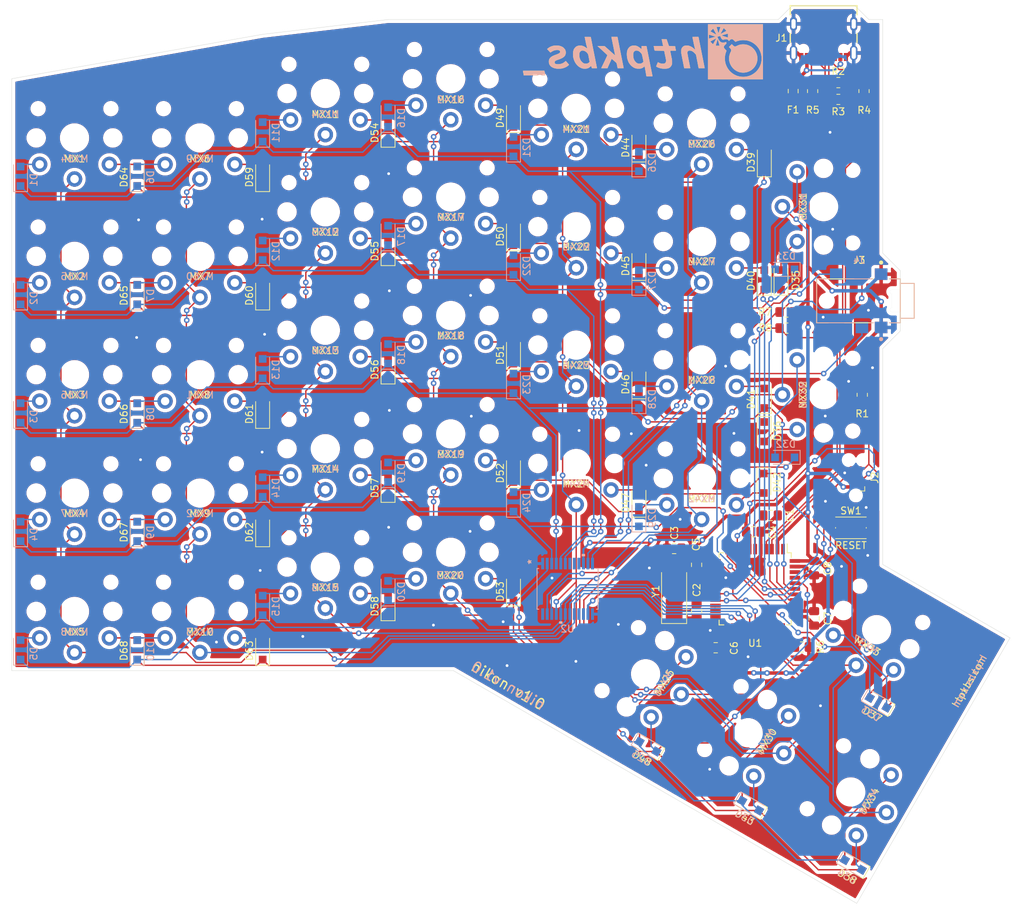
<source format=kicad_pcb>
(kicad_pcb (version 20211014) (generator pcbnew)
  (title_block (title "nikon") (rev "v1.0") (comment 2 "https://github.com/htpkbs/nikon/blob/main/LICENSE") (comment 3 "License: BSD 2-Clause") (comment 4 "brian@mutualaid.info"))
  (layers (0 "F.Cu" signal) (31 "B.Cu" signal) (34 "B.Paste" user) (35 "F.Paste" user) (36 "B.SilkS" user "B.Silkscreen") (37 "F.SilkS" user "F.Silkscreen") (38 "B.Mask" user) (39 "F.Mask" user) (44 "Edge.Cuts" user))
  (net 0 "")
  (net 1 "Net-(D1-Pad2)")
  (net 2 "Net-(D2-Pad2)")
  (net 3 "Net-(D3-Pad2)")
  (net 4 "Net-(D4-Pad2)")
  (net 5 "Net-(D5-Pad2)")
  (net 6 "Net-(D6-Pad2)")
  (net 7 "Net-(D7-Pad2)")
  (net 8 "Net-(D8-Pad2)")
  (net 9 "Net-(D9-Pad2)")
  (net 10 "Net-(D10-Pad2)")
  (net 11 "Net-(D11-Pad2)")
  (net 12 "Net-(D12-Pad2)")
  (net 13 "Net-(D13-Pad2)")
  (net 14 "Net-(D14-Pad2)")
  (net 15 "Net-(D15-Pad2)")
  (net 16 "Net-(D16-Pad2)")
  (net 17 "Net-(D17-Pad2)")
  (net 18 "Net-(D18-Pad2)")
  (net 19 "Net-(D19-Pad2)")
  (net 20 "Net-(D20-Pad2)")
  (net 21 "Net-(D21-Pad2)")
  (net 22 "Net-(D22-Pad2)")
  (net 23 "Net-(D23-Pad2)")
  (net 24 "Net-(D24-Pad2)")
  (net 25 "Net-(D25-Pad2)")
  (net 26 "Net-(D26-Pad2)")
  (net 27 "Net-(D27-Pad2)")
  (net 28 "Net-(D28-Pad2)")
  (net 29 "Net-(D29-Pad2)")
  (net 30 "Net-(D30-Pad2)")
  (net 31 "Net-(D31-Pad2)")
  (net 32 "Net-(D32-Pad2)")
  (net 33 "Net-(D33-Pad2)")
  (net 34 "Net-(D34-Pad2)")
  (net 46 "/LRow1")
  (net 47 "/LRow2")
  (net 48 "/LRow3")
  (net 49 "/LRow4")
  (net 50 "/LRow5")
  (net 51 "/RRow2")
  (net 52 "Net-(D35-Pad2)")
  (net 53 "/RRow3")
  (net 54 "Net-(D36-Pad2)")
  (net 55 "/RRow4")
  (net 56 "Net-(D37-Pad2)")
  (net 57 "/RRow5")
  (net 58 "GND")
  (net 59 "Net-(C1-Pad1)")
  (net 60 "/XTAL1")
  (net 61 "/XTAL2")
  (net 62 "Net-(F1-Pad2)")
  (net 63 "+5V")
  (net 64 "/USB_D+")
  (net 65 "/USB_D-")
  (net 66 "/Reset")
  (net 67 "/MOSI")
  (net 68 "/SCK")
  (net 69 "/MISO")
  (net 70 "/D-")
  (net 71 "/D+")
  (net 72 "Net-(D38-Pad2)")
  (net 73 "/RRow1")
  (net 74 "Net-(D39-Pad2)")
  (net 75 "Net-(D40-Pad2)")
  (net 76 "Net-(R6-Pad1)")
  (net 77 "Net-(D41-Pad2)")
  (net 78 "Net-(D42-Pad2)")
  (net 79 "Net-(D43-Pad2)")
  (net 80 "Net-(D44-Pad2)")
  (net 81 "Net-(D45-Pad2)")
  (net 82 "Net-(D46-Pad2)")
  (net 83 "Net-(D47-Pad2)")
  (net 84 "Net-(D48-Pad2)")
  (net 85 "Net-(D49-Pad2)")
  (net 86 "Net-(D50-Pad2)")
  (net 87 "Net-(D51-Pad2)")
  (net 88 "Net-(D52-Pad2)")
  (net 89 "Net-(D53-Pad2)")
  (net 90 "Net-(D54-Pad2)")
  (net 91 "Net-(D55-Pad2)")
  (net 92 "Net-(D56-Pad2)")
  (net 93 "Net-(D57-Pad2)")
  (net 94 "Net-(D58-Pad2)")
  (net 95 "Net-(D59-Pad2)")
  (net 96 "Net-(D60-Pad2)")
  (net 97 "Net-(D61-Pad2)")
  (net 98 "Net-(D62-Pad2)")
  (net 99 "Net-(D63-Pad2)")
  (net 100 "Net-(D64-Pad2)")
  (net 101 "Net-(D65-Pad2)")
  (net 102 "Net-(D66-Pad2)")
  (net 103 "Net-(D67-Pad2)")
  (net 104 "Net-(D68-Pad2)")
  (net 105 "/LCol1")
  (net 106 "/LCol2")
  (net 107 "/LCol3")
  (net 108 "/LCol4")
  (net 109 "/LCol5")
  (net 110 "/LCol6")
  (net 111 "/LCol7")
  (net 112 "Net-(J1-PadA5)")
  (net 113 "Net-(J1-PadB5)")
  (net 119 "/RSCL")
  (net 120 "/RSDA")
  (net 121 "/LSCL")
  (net 122 "/LSDA")
  (footprint "nikon:SW_Kailh_Choc_V1_1.00u" (layer "F.Cu") (at 82.042 44.9368 180)
    (fp_text reference "MX1")
    (fp_text value "MX-NoLED")
  )
  (footprint "nikon:SW_Kailh_Choc_V1_1.00u" (layer "F.Cu") (at 82.042 61.9368 180)
    (fp_text reference "MX2")
    (fp_text value "MX-NoLED")
  )
  (footprint "nikon:SW_Kailh_Choc_V1_1.00u" (layer "F.Cu") (at 82.042 112.9368 180)
    (fp_text reference "MX5")
    (fp_text value "MX-NoLED")
  )
  (footprint "nikon:SW_Kailh_Choc_V1_1.00u" (layer "F.Cu") (at 100.042 44.9368 180)
    (fp_text reference "MX6")
    (fp_text value "MX-NoLED")
  )
  (footprint "nikon:SW_Kailh_Choc_V1_1.00u" (layer "F.Cu") (at 100.042 78.9368 180)
    (fp_text reference "MX8")
    (fp_text value "MX-NoLED")
  )
  (footprint "nikon:SW_Kailh_Choc_V1_1.00u" (layer "F.Cu") (at 100.042 95.9368 180)
    (fp_text reference "MX9")
    (fp_text value "MX-NoLED")
  )
  (footprint "nikon:SW_Kailh_Choc_V1_1.00u" (layer "F.Cu") (at 118.042 38.5618 180)
    (fp_text reference "MX11")
    (fp_text value "MX-NoLED")
  )
  (footprint "nikon:SW_Kailh_Choc_V1_1.00u" (layer "F.Cu") (at 118.042 55.5618 180)
    (fp_text reference "MX12")
    (fp_text value "MX-NoLED")
  )
  (footprint "nikon:SW_Kailh_Choc_V1_1.00u" (layer "F.Cu") (at 118.042 72.5618 180)
    (fp_text reference "MX13")
    (fp_text value "MX-NoLED")
  )
  (footprint "nikon:SW_Kailh_Choc_V1_1.00u" (layer "F.Cu") (at 118.042 89.5618 180)
    (fp_text reference "MX14")
    (fp_text value "MX-NoLED")
  )
  (footprint "nikon:SW_Kailh_Choc_V1_1.00u" (layer "F.Cu") (at 136.042 36.4368 180)
    (fp_text reference "MX16")
    (fp_text value "MX-NoLED")
  )
  (footprint "nikon:SW_Kailh_Choc_V1_1.00u" (layer "F.Cu") (at 136.042 53.4368 180)
    (fp_text reference "MX17")
    (fp_text value "MX-NoLED")
  )
  (footprint "nikon:SW_Kailh_Choc_V1_1.00u" (layer "F.Cu") (at 136.042 70.4368 180)
    (fp_text reference "MX18")
    (fp_text value "MX-NoLED")
  )
  (footprint "nikon:SW_Kailh_Choc_V1_1.00u" (layer "F.Cu") (at 136.042 87.4368 180)
    (fp_text reference "MX19")
    (fp_text value "MX-NoLED")
  )
  (footprint "nikon:SW_Kailh_Choc_V1_1.00u" (layer "F.Cu") (at 136.042 104.4368 180)
    (fp_text reference "MX20")
    (fp_text value "MX-NoLED")
  )
  (footprint "nikon:SW_Kailh_Choc_V1_1.00u" (layer "F.Cu") (at 154.042 40.6868 180)
    (fp_text reference "MX21")
    (fp_text value "MX-NoLED")
  )
  (footprint "nikon:SW_Kailh_Choc_V1_1.00u" (layer "F.Cu") (at 154.042 57.6868 180)
    (fp_text reference "MX22")
    (fp_text value "MX-NoLED")
  )
  (footprint "nikon:SW_Kailh_Choc_V1_1.00u" (layer "F.Cu") (at 154.042 74.6868 180)
    (fp_text reference "MX23")
    (fp_text value "MX-NoLED")
  )
  (footprint "nikon:SW_Kailh_Choc_V1_1.00u" (layer "F.Cu") (at 154.042 91.6868 180)
    (fp_text reference "MX24")
    (fp_text value "MX-NoLED")
  )
  (footprint "nikon:SW_Kailh_Choc_V1_1.50u" (layer "F.Cu") (at 164.004 121.8878 -120)
    (fp_text reference "MX25")
    (fp_text value "MX-NoLED")
  )
  (footprint "nikon:SW_Kailh_Choc_V1_1.00u" (layer "F.Cu") (at 172.042 59.8118 180)
    (fp_text reference "MX27")
    (fp_text value "MX-NoLED")
  )
  (footprint "nikon:SW_Kailh_Choc_V1_1.00u" (layer "F.Cu") (at 172.042 76.8118 180)
    (fp_text reference "MX28")
    (fp_text value "MX-NoLED")
  )
  (footprint "nikon:SW_Kailh_Choc_V1_1.00u" (layer "F.Cu") (at 172.042 93.8118 180)
    (fp_text reference "MX29")
    (fp_text value "MX-NoLED")
  )
  (footprint "nikon:SW_Kailh_Choc_V1_1.50u" (layer "F.Cu") (at 178.726431 130.350799 -120)
    (fp_text reference "MX30")
    (fp_text value "MX-NoLED")
  )
  (footprint "nikon:SW_Kailh_Choc_V1_1.50u" (layer "F.Cu") (at 189.542 54.8118 90)
    (fp_text reference "MX31")
    (fp_text value "MX-NoLED")
  )
  (footprint "nikon:SW_Kailh_Choc_V1_1.50u" (layer "F.Cu") (at 197.156862 115.547798 150)
    (fp_text reference "MX33")
    (fp_text value "MX-NoLED")
  )
  (footprint "nikon:SW_Kailh_Choc_V1_1.50u" (layer "F.Cu") (at 193.448862 138.850798 -120)
    (fp_text reference "MX34")
    (fp_text value "MX-NoLED")
  )
  (footprint "Button_Switch_SMD:SW_Push_1P1T_NO_CK_KMR2" (layer "F.Cu") (at 193.4718 100.9274)
    (fp_text reference "SW1")
    (fp_text value "SW_Push")
  )
  (footprint "Package_QFP:TQFP-44_10x10mm_P0.8mm" (layer "F.Cu") (at 179.7304 109.6904 -90)
    (fp_text reference "U1")
    (fp_text value "ATmega32U4-AU")
  )
  (footprint "nikon:SW_Kailh_Choc_V1_1.00u" (layer "F.Cu") (at 172.042 42.8118 180)
    (fp_text reference "MX26")
    (fp_text value "MX-NoLED")
  )
  (footprint "nikon:SW_Kailh_Choc_V1_1.00u" (layer "F.Cu") (at 118.042 106.5618 180)
    (fp_text reference "MX15")
    (fp_text value "MX-NoLED")
  )
  (footprint "nikon:SW_Kailh_Choc_V1_1.00u" (layer "F.Cu") (at 100.042 112.9368 180)
    (fp_text reference "MX10")
    (fp_text value "MX-NoLED")
  )
  (footprint "nikon:SW_Kailh_Choc_V1_1.00u" (layer "F.Cu") (at 82.042 95.9368 180)
    (fp_text reference "MX4")
    (fp_text value "MX-NoLED")
  )
  (footprint "nikon:SW_Kailh_Choc_V1_1.00u" (layer "F.Cu") (at 82.042 78.9368 180)
    (fp_text reference "MX3")
    (fp_text value "MX-NoLED")
  )
  (footprint "nikon:SW_Kailh_Choc_V1_1.00u" (layer "F.Cu") (at 100.042 61.9368 180)
    (fp_text reference "MX7")
    (fp_text value "MX-NoLED")
  )
  (footprint "nikon:SW_Kailh_Choc_V1_1.50u" (layer "F.Cu") (at 189.542 81.8118 90)
    (fp_text reference "MX32")
    (fp_text value "MX-NoLED")
  )
  (footprint "Capacitor_SMD:C_0805_2012Metric_Pad1.18x1.45mm_HandSolder" (layer "F.Cu") (at 181.9402 99.1494)
    (fp_text reference "C1")
    (fp_text value "1u")
  )
  (footprint "Capacitor_SMD:C_0805_2012Metric_Pad1.18x1.45mm_HandSolder" (layer "F.Cu") (at 171.322999 112.8654 90)
    (fp_text reference "C2")
    (fp_text value "22pF")
  )
  (footprint "Capacitor_SMD:C_0805_2012Metric_Pad1.18x1.45mm_HandSolder" (layer "F.Cu") (at 168.097199 103.8992)
    (fp_text reference "C3")
    (fp_text value "22pF")
  )
  (footprint "Fuse:Fuse_0805_2012Metric_Pad1.15x1.40mm_HandSolder" (layer "F.Cu") (at 185.1859 38.2148 90)
    (fp_text reference "F1")
    (fp_text value "Fuse")
  )
  (footprint "Connector:Tag-Connect_TC2030-IDC-NL_2x03_P1.27mm_Vertical" (layer "F.Cu") (at 194.183 93.7392 90)
    (fp_text reference "J2")
    (fp_text value "AVR-ISP-6")
  )
  (footprint "Resistor_SMD:R_0805_2012Metric_Pad1.20x1.40mm_HandSolder" (layer "F.Cu") (at 186.436 118.047)
    (fp_text reference "R6")
    (fp_text value "10K")
  )
  (footprint "Resistor_SMD:R_0805_2012Metric_Pad1.20x1.40mm_HandSolder" (layer "F.Cu") (at 195.0974 81.8266 90)
    (fp_text reference "R1")
    (fp_text value "10k")
  )
  (footprint "Resistor_SMD:R_0805_2012Metric_Pad1.20x1.40mm_HandSolder" (layer "F.Cu") (at 195.3514 38.2148 -90)
    (fp_text reference "R4")
    (fp_text value "5.1k")
  )
  (footprint "Resistor_SMD:R_0805_2012Metric_Pad1.20x1.40mm_HandSolder" (layer "F.Cu") (at 187.9744 38.2148 90)
    (fp_text reference "R5")
    (fp_text value "5.1k")
  )
  (footprint "Resistor_SMD:R_0805_2012Metric_Pad1.20x1.40mm_HandSolder" (layer "F.Cu") (at 191.6629 36.9956)
    (fp_text reference "R2")
    (fp_text value "22R")
  )
  (footprint "Resistor_SMD:R_0805_2012Metric_Pad1.20x1.40mm_HandSolder" (layer "F.Cu") (at 191.6629 39.4086)
    (fp_text reference "R3")
    (fp_text value "22R")
  )
  (footprint "Crystal:Crystal_SMD_Abracon_ABM3-2Pin_5.0x3.2mm_HandSoldering" (layer "F.Cu") (at 168.097199 110.046 90)
    (fp_text reference "Y1")
    (fp_text value "16MHz")
  )
  (footprint "Capacitor_SMD:C_0805_2012Metric_Pad1.18x1.45mm_HandSolder" (layer "F.Cu") (at 188.1886 106.7186 -90)
    (fp_text reference "C8")
    (fp_text value "0.1u")
  )
  (footprint "Resistor_SMD:R_0805_2012Metric_Pad1.20x1.40mm_HandSolder" (layer "F.Cu") (at 184.2262 72.2508 180)
    (fp_text reference "R8")
    (fp_text value "4.7k")
  )
  (footprint "Diode_SMD:D_SOD-123F" (layer "F.Cu") (at 91.042 67.4468 90)
    (fp_text reference "D65")
    (fp_text value "1N4148")
  )
  (footprint "Diode_SMD:D_SOD-123F" (layer "F.Cu") (at 109.042 101.4468 90)
    (fp_text reference "D62")
    (fp_text value "1N4148")
  )
  (footprint "Diode_SMD:D_SOD-123F" (layer "F.Cu") (at 109.042 84.4468 90)
    (fp_text reference "D61")
    (fp_text value "1N4148")
  )
  (footprint "Diode_SMD:D_SOD-123F" (layer "F.Cu") (at 127.042 44.0718 90)
    (fp_text reference "D54")
    (fp_text value "1N4148")
  )
  (footprint "Diode_SMD:D_SOD-123F" (layer "F.Cu") (at 163.042 46.1968 90)
    (fp_text reference "D44")
    (fp_text value "1N4148")
  )
  (footprint "nikon:GCT_USB4105-GF-A" (layer "F.Cu") (at 189.555 28.5628 180)
    (fp_text reference "J1")
    (fp_text value "USB4105-GF-A")
  )
  (footprint "Diode_SMD:D_SOD-123F" (layer "F.Cu") (at 145.042 109.9468 90)
    (fp_text reference "D53")
    (fp_text value "1N4148")
  )
  (footprint "Diode_SMD:D_SOD-123F" (layer "F.Cu") (at 145.042 58.9468 90)
    (fp_text reference "D50")
    (fp_text value "1N4148")
  )
  (footprint "Diode_SMD:D_SOD-123F" (layer "F.Cu") (at 180.975 94.5266 -90)
    (fp_text reference "D42")
    (fp_text value "1N4148")
  )
  (footprint "Diode_SMD:D_SOD-123F" (layer "F.Cu") (at 145.042 41.9468 90)
    (fp_text reference "D49")
    (fp_text value "1N4148")
  )
  (footprint "Diode_SMD:D_SOD-123F" (layer "F.Cu") (at 179.073 140.8208 150)
    (fp_text reference "D43")
    (fp_text value "1N4148")
  )
  (footprint "Diode_SMD:D_SOD-123F" (layer "F.Cu") (at 127.042 78.0718 90)
    (fp_text reference "D56")
    (fp_text value "1N4148")
  )
  (footprint "Diode_SMD:D_SOD-123F" (layer "F.Cu") (at 91.042 50.4468 90)
    (fp_text reference "D64")
    (fp_text value "1N4148")
  )
  (footprint "Diode_SMD:D_SOD-123F" (layer "F.Cu") (at 193.805 149.3298 150)
    (fp_text reference "D38")
    (fp_text value "1N4148")
  )
  (footprint "Diode_SMD:D_SOD-123F" (layer "F.Cu") (at 109.042 50.4468 90)
    (fp_text reference "D59")
    (fp_text value "1N4148")
  )
  (footprint "Diode_SMD:D_SOD-123F" (layer "F.Cu") (at 163.042 80.1968 90)
    (fp_text reference "D46")
    (fp_text value "1N4148")
  )
  (footprint "Diode_SMD:D_SOD-123F" (layer "F.Cu") (at 163.042 97.1968 90)
    (fp_text reference "D47")
    (fp_text value "1N4148")
  )
  (footprint "Diode_SMD:D_SOD-123F" (layer "F.Cu") (at 164.341 132.3488 150)
    (fp_text reference "D48")
    (fp_text value "1N4148")
  )
  (footprint "Diode_SMD:D_SOD-123F" (layer "F.Cu") (at 145.042 75.9468 90)
    (fp_text reference "D51")
    (fp_text value "1N4148")
  )
  (footprint "Diode_SMD:D_SOD-123F" (layer "F.Cu") (at 181.042 82.3218 90)
    (fp_text reference "D41")
    (fp_text value "1N4148")
  )
  (footprint "Diode_SMD:D_SOD-123F" (layer "F.Cu") (at 163.042 63.1968 90)
    (fp_text reference "D45")
    (fp_text value "1N4148")
  )
  (footprint "Diode_SMD:D_SOD-123F" (layer "F.Cu") (at 127.042 61.0718 90)
    (fp_text reference "D55")
    (fp_text value "1N4148")
  )
  (footprint "Diode_SMD:D_SOD-123F" (layer "F.Cu") (at 109.042 118.4468 90)
    (fp_text reference "D63")
    (fp_text value "1N4148")
  )
  (footprint "Capacitor_SMD:C_0805_2012Metric_Pad1.18x1.45mm_HandSolder" (layer "F.Cu") (at 179.451 101.4862)
    (fp_text reference "C4")
    (fp_text value "4.7u")
  )
  (footprint "Diode_SMD:D_SOD-123F" (layer "F.Cu") (at 127.042 112.0718 90)
    (fp_text reference "D58")
    (fp_text value "1N4148")
  )
  (footprint "Diode_SMD:D_SOD-123F" (layer "F.Cu") (at 109.042 67.4468 90)
    (fp_text reference "D60")
    (fp_text value "1N4148")
  )
  (footprint "Diode_SMD:D_SOD-123F" (layer "F.Cu") (at 91.042 84.4468 90)
    (fp_text reference "D66")
    (fp_text value "1N4148")
  )
  (footprint "Diode_SMD:D_SOD-123F" (layer "F.Cu") (at 181.0258 87.1352 -90)
    (fp_text reference "D36")
    (fp_text value "1N4148")
  )
  (footprint "Diode_SMD:D_SOD-123F" (layer "F.Cu") (at 181.042 65.3218 90)
    (fp_text reference "D40")
    (fp_text value "1N4148")
  )
  (footprint "nikon:full_logo_35mm_mirrored" (layer "F.Cu") (at 163.3474 32.5628)
    (fp_text reference "G***" hide)
    (fp_text value "LOGO" hide)
  )
  (footprint "Diode_SMD:D_SOD-123F" (layer "F.Cu") (at 181.042 48.3218 90)
    (fp_text reference "D39")
    (fp_text value "1N4148")
  )
  (footprint "Diode_SMD:D_SOD-123F" (layer "F.Cu") (at 183.4388 65.3166 90)
    (fp_text reference "D35")
    (fp_text value "1N4148")
  )
  (footprint "Capacitor_SMD:C_0805_2012Metric_Pad1.18x1.45mm_HandSolder" (layer "F.Cu") (at 171.322999 106.2399 -90)
    (fp_text reference "C5")
    (fp_text value "0.1u")
  )
  (footprint "Diode_SMD:D_SOD-123F" (layer "F.Cu") (at 127.042 95.0718 90)
    (fp_text reference "D57")
    (fp_text value "1N4148")
  )
  (footprint "nikon:CUI_SJ2-35954A-SMT-TR" (layer "F.Cu") (at 194.5546 68.3328 180)
    (fp_text reference "J3")
    (fp_text value "SJ2-35954A-SMT-TR")
    (fp_line (start -4.8 1.6) (end -6 1.6) (layer "Edge.Cuts") (width 0.01))
    (fp_line (start -6 -1.6) (end -4.8 -1.6) (layer "Edge.Cuts") (width 0.01))
    (fp_line (start -4.8 -1) (end -4.8 1) (layer "Edge.Cuts") (width 0.01))
    (fp_arc (start -4.8 1) (mid -4.5 1.3) (end -4.8 1.6) (layer "Edge.Cuts") (width 0.01))
    (fp_arc (start -4.8 -1.6) (mid -4.5 -1.3) (end -4.8 -1) (layer "Edge.Cuts") (width 0.01))
  )
  (footprint "Diode_SMD:D_SOD-123F" (layer "F.Cu") (at 145.042 92.9468 90)
    (fp_text reference "D52")
    (fp_text value "1N4148")
  )
  (footprint "Capacitor_SMD:C_0805_2012Metric_Pad1.18x1.45mm_HandSolder" (layer "F.Cu") (at 188.1886 113.9322 90)
    (fp_text reference "C7")
    (fp_text value "0.1u")
  )
  (footprint "Capacitor_SMD:C_0805_2012Metric_Pad1.18x1.45mm_HandSolder" (layer "F.Cu") (at 174.066199 118.1486 180)
    (fp_text reference "C6")
    (fp_text value "0.1u")
  )
  (footprint "Diode_SMD:D_SOD-123F" (layer "F.Cu") (at 91.042 118.4468 90)
    (fp_text reference "D68")
    (fp_text value "1N4148")
  )
  (footprint "Diode_SMD:D_SOD-123F" (layer "F.Cu") (at 197.3792 126.038 150)
    (fp_text reference "D37")
    (fp_text value "1N4148")
  )
  (footprint "Resistor_SMD:R_0805_2012Metric_Pad1.20x1.40mm_HandSolder" (layer "F.Cu") (at 184.2262 69.9394 180)
    (fp_text reference "R7")
    (fp_text value "4.7k")
  )
  (footprint "Diode_SMD:D_SOD-123F" (layer "F.Cu") (at 91.042 101.4468 90)
    (fp_text reference "D67")
    (fp_text value "1N4148")
  )
  (footprint "Diode_SMD:D_SOD-123F" (layer "B.Cu") (at 74.295 67.4468 90)
    (fp_text reference "D2")
    (fp_text value "1N4148")
  )
  (footprint "Diode_SMD:D_SOD-123F" (layer "B.Cu") (at 74.295 84.4338 90)
    (fp_text reference "D3")
    (fp_text value "1N4148")
  )
  (footprint "Diode_SMD:D_SOD-123F" (layer "B.Cu") (at 74.295 101.4468 90)
    (fp_text reference "D4")
    (fp_text value "1N4148")
  )
  (footprint "Diode_SMD:D_SOD-123F" (layer "B.Cu") (at 74.295 118.4468 90)
    (fp_text reference "D5")
    (fp_text value "1N4148")
  )
  (footprint "Diode_SMD:D_SOD-123F" (layer "B.Cu") (at 91.042 50.4468 90)
    (fp_text reference "D6")
    (fp_text value "1N4148")
  )
  (footprint "Diode_SMD:D_SOD-123F" (layer "B.Cu") (at 91.042 67.4468 90)
    (fp_text reference "D7")
    (fp_text value "1N4148")
  )
  (footprint "Diode_SMD:D_SOD-123F" (layer "B.Cu") (at 91.042 84.4468 90)
    (fp_text reference "D8")
    (fp_text value "1N4148")
  )
  (footprint "Diode_SMD:D_SOD-123F" (layer "B.Cu") (at 91.042 101.4468 90)
    (fp_text reference "D9")
    (fp_text value "1N4148")
  )
  (footprint "Diode_SMD:D_SOD-123F" (layer "B.Cu") (at 91.042 118.4468 90)
    (fp_text reference "D10")
    (fp_text value "1N4148")
  )
  (footprint "Diode_SMD:D_SOD-123F" (layer "B.Cu") (at 109.042 44.0718 90)
    (fp_text reference "D11")
    (fp_text value "1N4148")
  )
  (footprint "Diode_SMD:D_SOD-123F" (layer "B.Cu") (at 109.042 61.0718 90)
    (fp_text reference "D12")
    (fp_text value "1N4148")
  )
  (footprint "Diode_SMD:D_SOD-123F" (layer "B.Cu") (at 109.042 78.0718 90)
    (fp_text reference "D13")
    (fp_text value "1N4148")
  )
  (footprint "Diode_SMD:D_SOD-123F" (layer "B.Cu") (at 109.042 95.0718 90)
    (fp_text reference "D14")
    (fp_text value "1N4148")
  )
  (footprint "Diode_SMD:D_SOD-123F" (layer "B.Cu") (at 109.042 112.0718 90)
    (fp_text reference "D15")
    (fp_text value "1N4148")
  )
  (footprint "Diode_SMD:D_SOD-123F" (layer "B.Cu") (at 127.042 41.9468 90)
    (fp_text reference "D16")
    (fp_text value "1N4148")
  )
  (footprint "Diode_SMD:D_SOD-123F" (layer "B.Cu") (at 127.042 58.9468 90)
    (fp_text reference "D17")
    (fp_text value "1N4148")
  )
  (footprint "Diode_SMD:D_SOD-123F" (layer "B.Cu") (at 127.042 75.9468 90)
    (fp_text reference "D18")
    (fp_text value "1N4148")
  )
  (footprint "Diode_SMD:D_SOD-123F" (layer "B.Cu") (at 127.042 92.9468 90)
    (fp_text reference "D19")
    (fp_text value "1N4148")
  )
  (footprint "Diode_SMD:D_SOD-123F" (layer "B.Cu") (at 127.042 109.9468 90)
    (fp_text reference "D20")
    (fp_text value "1N4148")
  )
  (footprint "Diode_SMD:D_SOD-123F" (layer "B.Cu") (at 145.042 46.1968 90)
    (fp_text reference "D21")
    (fp_text value "1N4148")
  )
  (footprint "Diode_SMD:D_SOD-123F" (layer "B.Cu") (at 145.042 63.1968 90)
    (fp_text reference "D22")
    (fp_text value "1N4148")
  )
  (footprint "Diode_SMD:D_SOD-123F" (layer "B.Cu") (at 145.042 80.1968 90)
    (fp_text reference "D23")
    (fp_text value "1N4148")
  )
  (footprint "Diode_SMD:D_SOD-123F" (layer "B.Cu") (at 145.042 97.1968 90)
    (fp_text reference "D24")
    (fp_text value "1N4148")
  )
  (footprint "Diode_SMD:D_SOD-123F" (layer "B.Cu") (at 163.042 48.3218 90)
    (fp_text reference "D26")
    (fp_text value "1N4148")
  )
  (footprint "Diode_SMD:D_SOD-123F" (layer "B.Cu") (at 163.042 65.3218 90)
    (fp_text reference "D27")
    (fp_text value "1N4148")
  )
  (footprint "Diode_SMD:D_SOD-123F" (layer "B.Cu") (at 163.042 82.3218 90)
    (fp_text reference "D28")
    (fp_text value "1N4148")
  )
  (footprint "Diode_SMD:D_SOD-123F" (layer "B.Cu") (at 163.042 99.3218 90)
    (fp_text reference "D29")
    (fp_text value "1N4148")
  )
  (footprint "Diode_SMD:D_SOD-123F" (layer "B.Cu") (at 179.073 140.8208 -30)
    (fp_text reference "D30")
    (fp_text value "1N4148")
  )
  (footprint "Diode_SMD:D_SOD-123F" (layer "B.Cu") (at 183.987 63.8118 180)
    (fp_text reference "D31")
    (fp_text value "1N4148")
  )
  (footprint "Diode_SMD:D_SOD-123F" (layer "B.Cu") (at 183.987 90.8118 180)
    (fp_text reference "D32")
    (fp_text value "1N4148")
  )
  (footprint "Diode_SMD:D_SOD-123F" (layer "B.Cu") (at 197.3792 126.038 -30)
    (fp_text reference "D33")
    (fp_text value "1N4148")
  )
  (footprint "Diode_SMD:D_SOD-123F" (layer "B.Cu") (at 193.805 149.3298 -30)
    (fp_text reference "D34")
    (fp_text value "1N4148")
  )
  (footprint "Diode_SMD:D_SOD-123F" (layer "B.Cu") (at 74.295 50.4468 90)
    (fp_text reference "D1")
    (fp_text value "1N4148")
  )
  (footprint "Diode_SMD:D_SOD-123F" (layer "B.Cu") (at 164.341 132.3488 -30)
    (fp_text reference "D25")
    (fp_text value "1N4148")
  )
  (footprint "nikon:SW_Kailh_Choc_V1_1.00u" (layer "B.Cu") (at 118.042 72.5618)
    (fp_text reference "MX56")
    (fp_text value "MX-NoLED")
  )
  (footprint "nikon:SW_Kailh_Choc_V1_1.00u" (layer "B.Cu") (at 136.042 104.4368)
    (fp_text reference "MX53")
    (fp_text value "MX-NoLED")
  )
  (footprint "nikon:SW_Kailh_Choc_V1_1.00u" (layer "B.Cu") (at 136.042 87.4368)
    (fp_text reference "MX52")
    (fp_text value "MX-NoLED")
  )
  (footprint "nikon:SW_Kailh_Choc_V1_1.00u" (layer "B.Cu") (at 154.042 40.6868)
    (fp_text reference "MX44")
    (fp_text value "MX-NoLED")
  )
  (footprint "nikon:SW_Kailh_Choc_V1_1.00u" (layer "B.Cu") (at 100.042 78.9368)
    (fp_text reference "MX61")
    (fp_text value "MX-NoLED")
  )
  (footprint "nikon:SW_Kailh_Choc_V1_1.00u" (layer "B.Cu") (at 82.042 95.9368)
    (fp_text reference "MX67")
    (fp_text value "MX-NoLED")
  )
  (footprint "nikon:full_logo_35mm" (layer "B.Cu") (at 163.3474 32.5628 180)
    (fp_text reference "G***" hide)
    (fp_text value "LOGO" hide)
  )
  (footprint "nikon:SW_Kailh_Choc_V1_1.00u" (layer "B.Cu") (at 172.042 76.8118)
    (fp_text reference "MX41")
    (fp_text value "MX-NoLED")
  )
  (footprint "nikon:SW_Kailh_Choc_V1_1.00u" (layer "B.Cu") (at 154.042 91.6868)
    (fp_text reference "MX47")
    (fp_text value "MX-NoLED")
  )
  (footprint "nikon:SW_Kailh_Choc_V1_1.00u" (layer "B.Cu") (at 100.042 95.9368)
    (fp_text reference "MX62")
    (fp_text value "MX-NoLED")
  )
  (footprint "nikon:SW_Kailh_Choc_V1_1.50u" (layer "B.Cu") (at 189.542 81.8118 -90)
    (fp_text reference "MX36")
    (fp_text value "MX-NoLED")
  )
  (footprint "nikon:SW_Kailh_Choc_V1_1.00u" (layer "B.Cu") (at 172.042 42.8118)
    (fp_text reference "MX39")
    (fp_text value "MX-NoLED")
  )
  (footprint "nikon:SW_Kailh_Choc_V1_1.00u" (layer "B.Cu") (at 136.042 70.4368)
    (fp_text reference "MX51")
    (fp_text value "MX-NoLED")
  )
  (footprint "nikon:SW_Kailh_Choc_V1_1.00u" (layer "B.Cu") (at 82.042 112.9368)
    (fp_text reference "MX68")
    (fp_text value "MX-NoLED")
  )
  (footprint "nikon:SW_Kailh_Choc_V1_1.50u" (layer "B.Cu") (at 189.542 54.8118 -90)
    (fp_text reference "MX35")
    (fp_text value "MX-NoLED")
  )
  (footprint "nikon:SW_Kailh_Choc_V1_1.50u" (layer "B.Cu") (at 197.156862 115.547798 -30)
    (fp_text reference "MX37")
    (fp_text value "MX-NoLED")
  )
  (footprint "nikon:SW_Kailh_Choc_V1_1.50u" (layer "B.Cu") (at 164.004 121.8878 60)
    (fp_text reference "MX48")
    (fp_text value "MX-NoLED")
  )
  (footprint "nikon:SW_Kailh_Choc_V1_1.00u" (layer "B.Cu") (at 136.042 53.4368)
    (fp_text reference "MX50")
    (fp_text value "MX-NoLED")
  )
  (footprint "nikon:SW_Kailh_Choc_V1_1.00u" (layer "B.Cu") (at 100.042 112.9368)
    (fp_text reference "MX63")
    (fp_text value "MX-NoLED")
  )
  (footprint "nikon:SW_Kailh_Choc_V1_1.00u" (layer "B.Cu") (at 172.042 93.8118)
    (fp_text reference "MX42")
    (fp_text value "MX-NoLED")
  )
  (footprint "nikon:SW_Kailh_Choc_V1_1.00u" (layer "B.Cu") (at 82.042 78.9368)
    (fp_text reference "MX66")
    (fp_text value "MX-NoLED")
  )
  (footprint "nikon:SW_Kailh_Choc_V1_1.00u" (layer "B.Cu") (at 100.042 61.9368)
    (fp_text reference "MX60")
    (fp_text value "MX-NoLED")
  )
  (footprint "nikon:SW_Kailh_Choc_V1_1.00u" (layer "B.Cu") (at 82.042 61.9368)
    (fp_text reference "MX65")
    (fp_text value "MX-NoLED")
  )
  (footprint "nikon:SW_Kailh_Choc_V1_1.00u" (layer "B.Cu") (at 82.042 44.9368)
    (fp_text reference "MX64")
    (fp_text value "MX-NoLED")
  )
  (footprint "nikon:SW_Kailh_Choc_V1_1.00u" (layer "B.Cu") (at 118.042 89.5618)
    (fp_text reference "MX57")
    (fp_text value "MX-NoLED")
  )
  (footprint "nikon:SW_Kailh_Choc_V1_1.50u" (layer "B.Cu") (at 178.726431 130.350799 60)
    (fp_text reference "MX43")
    (fp_text value "MX-NoLED")
  )
  (footprint "nikon:SW_Kailh_Choc_V1_1.00u" (layer "B.Cu") (at 118.042 106.5618)
    (fp_text reference "MX58")
    (fp_text value "MX-NoLED")
  )
  (footprint "nikon:SW_Kailh_Choc_V1_1.00u" (layer "B.Cu") (at 100.042 44.9368)
    (fp_text reference "MX59")
    (fp_text value "MX-NoLED")
  )
  (footprint "nikon:SW_Kailh_Choc_V1_1.00u" (layer "B.Cu") (at 118.042 38.5618)
    (fp_text reference "MX54")
    (fp_text value "MX-NoLED")
  )
  (footprint "nikon:SW_Kailh_Choc_V1_1.00u" (layer "B.Cu") (at 118.042 55.5618)
    (fp_text reference "MX55")
    (fp_text value "MX-NoLED")
  )
  (footprint "nikon:SW_Kailh_Choc_V1_1.00u" (layer "B.Cu") (at 136.042 36.4368)
    (fp_text reference "MX49")
    (fp_text value "MX-NoLED")
  )
  (footprint "nikon:SW_Kailh_Choc_V1_1.00u" (layer "B.Cu") (at 172.042 59.8118)
    (fp_text reference "MX40")
    (fp_text value "MX-NoLED")
  )
  (footprint "nikon:SW_Kailh_Choc_V1_1.50u" (layer "B.Cu") (at 193.448862 138.850798 60)
    (fp_text reference "MX38")
    (fp_text value "MX-NoLED")
  )
  (footprint "nikon:CUI_SJ2-35954A-SMT-TR" (layer "B.Cu") (at 194.5546 68.3328 180)
    (fp_text reference "J4")
    (fp_text value "SJ2-35954A-SMT-TR")
  )
  (footprint "nikon:SW_Kailh_Choc_V1_1.00u" (layer "B.Cu") (at 154.042 74.6868)
    (fp_text reference "MX46")
    (fp_text value "MX-NoLED")
  )
  (footprint "nikon:SW_Kailh_Choc_V1_1.00u" (layer "B.Cu") (at 154.042 57.6868)
    (fp_text reference "MX45")
    (fp_text value "MX-NoLED")
  )
  (footprint "nikon:MCP23018-E&slash_SS" (layer "B.Cu") (at 152.8064 109.6904 -90)
    (fp_text reference "U2")
    (fp_text value "MCP23018-E/SS" hide)
  )
  (gr_line (start 136.42 121.4368) (end 73.042 121.4368) (layer "Edge.Cuts") (width 0.05))
  (gr_line (start 194.31 154.8598) (end 216.3064 116.7344) (layer "Edge.Cuts") (width 0.05))
  (gr_line (start 185.0512 25.9466) (end 194.04388 25.9466) (layer "Edge.Cuts") (width 0.05))
  (gr_line (start 196.04388 27.9368) (end 198.0438 27.9368) (layer "Edge.Cuts") (width 0.05))
  (gr_line (start 194.31 154.8598) (end 136.42 121.4368) (layer "Edge.Cuts") (width 0.05))
  (gr_line (start 200.5584 72.6568) (end 198.0438 75.1714) (layer "Edge.Cuts") (width 0.05))
  (gr_line (start 196.04388 27.9368) (end 194.04388 25.9466) (layer "Edge.Cuts") (width 0.05))
  (gr_line (start 73.042 36.4368) (end 109.0422 30.0614) (layer "Edge.Cuts") (width 0.05))
  (gr_line (start 200.5584 72.6568) (end 200.5546 69.9328) (layer "Edge.Cuts") (width 0.05))
  (gr_line (start 198.0438 75.1714) (end 198.0438 106.1934) (layer "Edge.Cuts") (width 0.05))
  (gr_line (start 200.5584 64.0081) (end 198.0438 61.4935) (layer "Edge.Cuts") (width 0.05))
  (gr_line (start 183.0512 27.9368) (end 185.0512 25.9466) (layer "Edge.Cuts") (width 0.05))
  (gr_line (start 198.0438 106.1934) (end 216.3064 116.7344) (layer "Edge.Cuts") (width 0.05))
  (gr_line (start 73.042 36.4368) (end 73.042 121.4368) (layer "Edge.Cuts") (width 0.05))
  (gr_line (start 127.0508 27.9368) (end 183.0512 27.9368) (layer "Edge.Cuts") (width 0.05))
  (gr_line (start 127.0508 27.9368) (end 109.0422 30.0614) (layer "Edge.Cuts") (width 0.05))
  (gr_line (start 198.0438 61.4935) (end 198.0438 27.9368) (layer "Edge.Cuts") (width 0.05))
  (gr_line (start 200.5584 64.0081) (end 200.5546 66.7328) (layer "Edge.Cuts") (width 0.05))
  (gr_text "nikon v1.0" (at 144.272 123.5964 330) (layer "B.SilkS") (effects (font (size 1.5 1.5) (thickness 0.2)) (justify mirror)))
  (gr_text "htpkbs.com" (at 210.4898 122.936 60) (layer "B.SilkS") (effects (font (size 1 1)) (justify mirror)))
  (gr_text "RESET" (at 193.4718 103.4542) (layer "F.SilkS") (effects (font (size 1 1))))
  (gr_text "htpkbs.com" (at 210.4898 122.936 60) (layer "F.SilkS") (effects (font (size 1 1))))
  (gr_text "nikon v1.0" (at 144.272 123.5964 330) (layer "F.SilkS") (effects (font (size 1.5 1.5) (thickness 0.2))))
  (segment (start 77.042 48.7368) (end 74.605 48.7368) (width 0.2) (layer "B.Cu") (net 1))
  (segment (start 74.605 48.7368) (end 74.295 49.0468) (width 0.2) (layer "B.Cu") (net 1))
  (segment (start 77.042 65.7368) (end 74.605 65.7368) (width 0.2) (layer "B.Cu") (net 2))
  (segment (start 74.605 65.7368) (end 74.295 66.0468) (width 0.2) (layer "B.Cu") (net 2))
  (segment (start 74.592 82.7368) (end 74.295 83.0338) (width 0.2) (layer "B.Cu") (net 3))
  (segment (start 77.042 82.7368) (end 74.592 82.7368) (width 0.2) (layer "B.Cu") (net 3))
  (segment (start 74.605 99.7368) (end 74.295 100.0468) (width 0.2) (layer "B.Cu") (net 4))
  (segment (start 77.042 99.7368) (end 74.605 99.7368) (width 0.2) (layer "B.Cu") (net 4))
  (segment (start 77.042 116.7368) (end 74.605 116.7368) (width 0.2) (layer "B.Cu") (net 5))
  (segment (start 74.605 116.7368) (end 74.295 117.0468) (width 0.2) (layer "B.Cu") (net 5))
  (segment (start 95.042 48.7368) (end 91.352 48.7368) (width 0.2) (layer "B.Cu") (net 6))
  (segment (start 91.352 48.7368) (end 91.042 49.0468) (width 0.2) (layer "B.Cu") (net 6))
  (segment (start 91.352 65.7368) (end 91.042 66.0468) (width 0.2) (layer "B.Cu") (net 7))
  (segment (start 95.042 65.7368) (end 91.352 65.7368) (width 0.2) (layer "B.Cu") (net 7))
  (segment (start 91.352 82.7368) (end 91.042 83.0468) (width 0.2) (layer "B.Cu") (net 8))
  (segment (start 95.042 82.7368) (end 91.352 82.7368) (width 0.2) (layer "B.Cu") (net 8))
  (segment (start 91.352 99.7368) (end 91.042 100.0468) (width 0.2) (layer "B.Cu") (net 9))
  (segment (start 95.042 99.7368) (end 91.352 99.7368) (width 0.2) (layer "B.Cu") (net 9))
  (segment (start 91.352 116.7368) (end 91.042 117.0468) (width 0.2) (layer "B.Cu") (net 10))
  (segment (start 95.042 116.7368) (end 91.352 116.7368) (width 0.2) (layer "B.Cu") (net 10))
  (segment (start 109.352 42.3618) (end 109.042 42.6718) (width 0.2) (layer "B.Cu") (net 11))
  (segment (start 113.042 42.3618) (end 109.352 42.3618) (width 0.2) (layer "B.Cu") (net 11))
  (segment (start 113.042 59.3618) (end 109.352 59.3618) (width 0.2) (layer "B.Cu") (net 12))
  (segment (start 109.352 59.3618) (end 109.042 59.6718) (width 0.2) (layer "B.Cu") (net 12))
  (segment (start 113.042 76.3618) (end 109.352 76.3618) (width 0.2) (layer "B.Cu") (net 13))
  (segment (start 109.352 76.3618) (end 109.042 76.6718) (width 0.2) (layer "B.Cu") (net 13))
  (segment (start 113.042 93.3618) (end 109.352 93.3618) (width 0.2) (layer "B.Cu") (net 14))
  (segment (start 109.352 93.3618) (end 109.042 93.6718) (width 0.2) (layer "B.Cu") (net 14))
  (segment (start 113.042 110.3618) (end 109.352 110.3618) (width 0.2) (layer "B.Cu") (net 15))
  (segment (start 109.352 110.3618) (end 109.042 110.6718) (width 0.2) (layer "B.Cu") (net 15))
  (segment (start 131.042 40.2368) (end 127.352 40.2368) (width 0.2) (layer "B.Cu") (net 16))
  (segment (start 127.352 40.2368) (end 127.042 40.5468) (width 0.2) (layer "B.Cu") (net 16))
  (segment (start 127.352 57.2368) (end 127.042 57.5468) (width 0.2) (layer "B.Cu") (net 17))
  (segment (start 131.042 57.2368) (end 127.352 57.2368) (width 0.2) (layer "B.Cu") (net 17))
  (segment (start 127.352 74.2368) (end 127.042 74.5468) (width 0.2) (layer "B.Cu") (net 18))
  (segment (start 131.042 74.2368) (end 127.352 74.2368) (width 0.2) (layer "B.Cu") (net 18))
  (segment (start 127.352 91.2368) (end 127.042 91.5468) (width 0.2) (layer "B.Cu") (net 19))
  (segment (start 131.042 91.2368) (end 127.352 91.2368) (width 0.2) (layer "B.Cu") (net 19))
  (segment (start 131.042 108.2368) (end 127.352 108.2368) (width 0.2) (layer "B.Cu") (net 20))
  (segment (start 127.352 108.2368) (end 127.042 108.5468) (width 0.2) (layer "B.Cu") (net 20))
  (segment (start 149.042 44.4868) (end 145.352 44.4868) (width 0.2) (layer "B.Cu") (net 21))
  (segment (start 145.352 44.4868) (end 145.042 44.7968) (width 0.2) (layer "B.Cu") (net 21))
  (segment (start 145.352 61.4868) (end 145.042 61.7968) (width 0.2) (layer "B.Cu") (net 22))
  (segment (start 149.042 61.4868) (end 145.352 61.4868) (width 0.2) (layer "B.Cu") (net 22))
  (segment (start 145.352 78.4868) (end 145.042 78.7968) (width 0.2) (layer "B.Cu") (net 23))
  (segment (start 149.042 78.4868) (end 145.352 78.4868) (width 0.2) (layer "B.Cu") (net 23))
  (segment (start 149.042 95.4868) (end 145.352 95.4868) (width 0.2) (layer "B.Cu") (net 24))
  (segment (start 145.352 95.4868) (end 145.042 95.7968) (width 0.2) (layer "B.Cu") (net 24))
  (segment (start 164.794897 132.290261) (end 165.553436 133.0488) (width 0.2) (layer "B.Cu") (net 25))
  (segment (start 164.794897 128.117927) (end 164.794897 132.290261) (width 0.2) (layer "B.Cu") (net 25))
  (segment (start 163.352 46.6118) (end 163.042 46.9218) (width 0.2) (layer "B.Cu") (net 26))
  (segment (start 167.042 46.6118) (end 163.352 46.6118) (width 0.2) (layer "B.Cu") (net 26))
  (segment (start 167.042 63.6118) (end 163.352 63.6118) (width 0.2) (layer "B.Cu") (net 27))
  (segment (start 163.352 63.6118) (end 163.042 63.9218) (width 0.2) (layer "B.Cu") (net 27))
  (segment (start 167.042 80.6118) (end 163.352 80.6118) (width 0.2) (layer "B.Cu") (net 28))
  (segment (start 163.352 80.6118) (end 163.042 80.9218) (width 0.2) (layer "B.Cu") (net 28))
  (segment (start 163.352 97.6118) (end 163.042 97.9218) (width 0.2) (layer "B.Cu") (net 29))
  (segment (start 167.042 97.6118) (end 163.352 97.6118) (width 0.2) (layer "B.Cu") (net 29))
  (segment (start 179.517328 140.752692) (end 180.285436 141.5208) (width 0.2) (layer "B.Cu") (net 30))
  (segment (start 179.517328 136.580926) (end 179.517328 140.752692) (width 0.2) (layer "B.Cu") (net 30))
  (segment (start 182.587 63.8118) (end 182.587 57.846009) (width 0.2) (layer "B.Cu") (net 31))
  (segment (start 185.742 54.691009) (end 185.742 49.8118) (width 0.2) (layer "B.Cu") (net 31))
  (segment (start 182.587 57.846009) (end 185.742 54.691009) (width 0.2) (layer "B.Cu") (net 31))
  (segment (start 182.587 84.846009) (end 185.742 81.691009) (width 0.2) (layer "B.Cu") (net 32))
  (segment (start 185.742 81.691009) (end 185.742 76.8118) (width 0.2) (layer "B.Cu") (net 32))
  (segment (start 182.587 90.8118) (end 182.587 84.846009) (width 0.2) (layer "B.Cu") (net 32))
  (segment (start 198.591636 122.447962) (end 198.591636 126.738) (width 0.2) (layer "B.Cu") (net 33))
  (segment (start 192.482369 116.338695) (end 198.591636 122.447962) (width 0.2) (layer "B.Cu") (net 33))
  (segment (start 190.926735 116.338695) (end 192.482369 116.338695) (width 0.2) (layer "B.Cu") (net 33))
  (segment (start 194.239759 149.252123) (end 195.017436 150.0298) (width 0.2) (layer "B.Cu") (net 34))
  (segment (start 194.239759 145.080925) (end 194.239759 149.252123) (width 0.2) (layer "B.Cu") (net 34))
  (segment (start 157.565103 99.9622) (end 157.565103 101.4608) (width 0.2) (layer "F.Cu") (net 46))
  (segment (start 157.5308 66.0223) (end 157.5308 67.4213) (width 0.2) (layer "F.Cu") (net 46))
  (segment (start 157.565101 83.0223) (end 157.565101 84.421298) (width 0.2) (layer "F.Cu") (net 46))
  (segment (start 157.565101 84.421298) (end 157.565103 84.4213) (width 0.2) (layer "F.Cu") (net 46))
  (via (at 157.565103 101.4608) (size 0.8) (drill 0.4) (layers "F.Cu" "B.Cu") (net 46))
  (via (at 157.5308 66.0223) (size 0.8) (drill 0.4) (layers "F.Cu" "B.Cu") (net 46))
  (via (at 157.565101 83.0223) (size 0.8) (drill 0.4) (layers "F.Cu" "B.Cu") (net 46))
  (via (at 157.565103 84.4213) (size 0.8) (drill 0.4) (layers "F.Cu" "B.Cu") (net 46))
  (via (at 157.5308 67.4213) (size 0.8) (drill 0.4) (layers "F.Cu" "B.Cu") (net 46))
  (via (at 157.565103 99.9622) (size 0.8) (drill 0.4) (layers "F.Cu" "B.Cu") (net 46))
  (segment (start 152.481399 105.067777) (end 152.481399 106.06455) (width 0.2) (layer "B.Cu") (net 46))
  (segment (start 107.7138 46.8) (end 109.042 45.4718) (width 0.2) (layer "B.Cu") (net 46))
  (segment (start 91.042 51.8468) (end 96.0452 51.8468) (width 0.2) (layer "B.Cu") (net 46))
  (segment (start 127.042 43.3468) (end 131.292 47.5968) (width 0.2) (layer "B.Cu") (net 46))
  (segment (start 89.561 53.3278) (end 91.042 51.8468) (width 0.2) (layer "B.Cu") (net 46))
  (segment (start 156.865592 102.160311) (end 155.388865 102.160311) (width 0.2) (layer "B.Cu") (net 46))
  (segment (start 110.548 46.9778) (end 123.411 46.9778) (width 0.2) (layer "B.Cu") (net 46))
  (segment (start 109.042 45.4718) (end 110.548 46.9778) (width 0.2) (layer "B.Cu") (net 46))
  (segment (start 96.0452 51.8468) (end 101.092 46.8) (width 0.2) (layer "B.Cu") (net 46))
  (segment (start 101.092 46.8) (end 107.7138 46.8) (width 0.2) (layer "B.Cu") (net 46))
  (segment (start 157.5308 82.987999) (end 157.565101 83.0223) (width 0.2) (layer "B.Cu") (net 46))
  (segment (start 155.388865 102.160311) (end 152.481399 105.067777) (width 0.2) (layer "B.Cu") (net 46))
  (segment (start 153.112 49.7218) (end 157.5308 54.1406) (width 0.2) (layer "B.Cu") (net 46))
  (segment (start 157.565103 84.4213) (end 157.565103 99.9622) (width 0.2) (layer "B.Cu") (net 46))
  (segment (start 147.167 49.7218) (end 153.112 49.7218) (width 0.2) (layer "B.Cu") (net 46))
  (segment (start 75.776 53.3278) (end 89.561 53.3278) (width 0.2) (layer "B.Cu") (net 46))
  (segment (start 157.5308 67.4213) (end 157.5308 82.987999) (width 0.2) (layer "B.Cu") (net 46))
  (segment (start 153.112 49.7218) (end 163.042 49.7218) (width 0.2) (layer "B.Cu") (net 46))
  (segment (start 74.295 51.8468) (end 75.776 53.3278) (width 0.2) (layer "B.Cu") (net 46))
  (segment (start 123.411 46.9778) (end 127.042 43.3468) (width 0.2) (layer "B.Cu") (net 46))
  (segment (start 157.5308 54.1406) (end 157.5308 66.0223) (width 0.2) (layer "B.Cu") (net 46))
  (segment (start 131.292 47.5968) (end 145.042 47.5968) (width 0.2) (layer "B.Cu") (net 46))
  (segment (start 145.042 47.5968) (end 147.167 49.7218) (width 0.2) (layer "B.Cu") (net 46))
  (segment (start 157.565103 101.4608) (end 156.865592 102.160311) (width 0.2) (layer "B.Cu") (net 46))
  (segment (start 181.991 68.0598) (end 180.6956 69.3552) (width 0.2) (layer "F.Cu") (net 47))
  (segment (start 180.6956 69.3552) (end 166.7002 69.3552) (width 0.2) (layer "F.Cu") (net 47))
  (segment (start 156.5656 84.4213) (end 156.5656 83.0204) (width 0.2) (layer "F.Cu") (net 47))
  (segment (start 156.5656 99.9622) (end 156.5656 101.4608) (width 0.2) (layer "F.Cu") (net 47))
  (via (at 156.5656 101.4608) (size 0.8) (drill 0.4) (layers "F.Cu" "B.Cu") (net 47))
  (via (at 156.5656 83.0204) (size 0.8) (drill 0.4) (layers "F.Cu" "B.Cu") (net 47))
  (via (at 156.5656 84.4213) (size 0.8) (drill 0.4) (layers "F.Cu" "B.Cu") (net 47))
  (via (at 166.7002 69.3552) (size 0.8) (drill 0.4) (layers "F.Cu" "B.Cu") (net 47))
  (via (at 156.5656 99.9622) (size 0.8) (drill 0.4) (layers "F.Cu" "B.Cu") (net 47))
  (via (at 181.991 68.0598) (size 0.8) (drill 0.4) (layers "F.Cu" "B.Cu") (net 47))
  (segment (start 123.393 63.9958) (end 127.042 60.3468) (width 0.2) (layer "B.Cu") (net 47))
  (segment (start 75.794 70.3458) (end 89.543 70.3458) (width 0.2) (layer "B.Cu") (net 47))
  (segment (start 155.438377 101.4608) (end 151.831398 105.067779) (width 0.2) (layer "B.Cu") (net 47))
  (segment (start 89.543 70.3458) (end 91.042 68.8468) (width 0.2) (layer "B.Cu") (net 47))
  (segment (start 185.387 65.3496) (end 185.387 63.8118) (width 0.2) (layer "B.Cu") (net 47))
  (segment (start 164.0668 66.7218) (end 166.7002 69.3552) (width 0.2) (layer "B.Cu") (net 47))
  (segment (start 185.387 65.3496) (end 182.6768 68.0598) (width 0.2) (layer "B.Cu") (net 47))
  (segment (start 109.042 62.4718) (end 110.566 63.9958) (width 0.2) (layer "B.Cu") (net 47))
  (segment (start 182.6768 68.0598) (end 181.991 68.0598) (width 0.2) (layer "B.Cu") (net 47))
  (segment (start 156.5656 83.0204) (end 156.5656 70.549) (width 0.2) (layer "B.Cu") (net 47))
  (segment (start 151.831398 105.067779) (end 151.831398 106.06455) (width 0.2) (layer "B.Cu") (net 47))
  (segment (start 127.042 60.3468) (end 131.292 64.5968) (width 0.2) (layer "B.Cu") (net 47))
  (segment (start 110.566 63.9958) (end 123.393 63.9958) (width 0.2) (layer "B.Cu") (net 47))
  (segment (start 147.167 66.7218) (end 164.0668 66.7218) (width 0.2) (layer "B.Cu") (net 47))
  (segment (start 91.042 68.8468) (end 96.0124 68.8468) (width 0.2) (layer "B.Cu") (net 47))
  (segment (start 107.6704 63.8434) (end 109.042 62.4718) (width 0.2) (layer "B.Cu") (net 47))
  (segment (start 101.0158 63.8434) (end 107.6704 63.8434) (width 0.2) (layer "B.Cu") (net 47))
  (segment (start 131.292 64.5968) (end 145.042 64.5968) (width 0.2) (layer "B.Cu") (net 47))
  (segment (start 156.5656 70.549) (end 152.7384 66.7218) (width 0.2) (layer "B.Cu") (net 47))
  (segment (start 156.5656 84.4213) (end 156.5656 99.9622) (width 0.2) (layer "B.Cu") (net 47))
  (segment (start 96.0124 68.8468) (end 101.0158 63.8434) (width 0.2) (layer "B.Cu") (net 47))
  (segment (start 74.295 68.8468) (end 75.794 70.3458) (width 0.2) (layer "B.Cu") (net 47))
  (segment (start 145.042 64.5968) (end 147.167 66.7218) (width 0.2) (layer "B.Cu") (net 47))
  (segment (start 156.5656 101.4608) (end 155.438377 101.4608) (width 0.2) (layer "B.Cu") (net 47))
  (segment (start 168.3766 85.7128) (end 174.879 92.2152) (width 0.2) (layer "F.Cu") (net 48))
  (segment (start 151.1554 100.0223) (end 151.1554 101.4213) (width 0.2) (layer "F.Cu") (net 48))
  (segment (start 184.15 92.2152) (end 174.879 92.2152) (width 0.2) (layer "F.Cu") (net 48))
  (segment (start 168.3766 85.7128) (end 164.3634 85.7128) (width 0.2) (layer "F.Cu") (net 48))
  (via (at 151.1554 100.0223) (size 0.8) (drill 0.4) (layers "F.Cu" "B.Cu") (net 48))
  (via (at 164.3634 85.7128) (size 0.8) (drill 0.4) (layers "F.Cu" "B.Cu") (net 48))
  (via (at 151.1554 101.4213) (size 0.8) (drill 0.4) (layers "F.Cu" "B.Cu") (net 48))
  (via (at 184.15 92.2152) (size 0.8) (drill 0.4) (layers "F.Cu" "B.Cu") (net 48))
  (segment (start 123.4258 80.963) (end 127.042 77.3468) (width 0.2) (layer "B.Cu") (net 48))
  (segment (start 151.181399 101.447299) (end 151.181399 106.06455) (width 0.2) (layer "B.Cu") (net 48))
  (segment (start 101.00144 80.7344) (end 107.7794 80.7344) (width 0.2) (layer "B.Cu") (net 48))
  (segment (start 95.88904 85.8468) (end 101.00144 80.7344) (width 0.2) (layer "B.Cu") (net 48))
  (segment (start 151.1554 101.4213) (end 151.181399 101.447299) (width 0.2) (layer "B.Cu") (net 48))
  (segment (start 89.5758 87.313) (end 91.042 85.8468) (width 0.2) (layer "B.Cu") (net 48))
  (segment (start 147.1774 83.7218) (end 163.042 83.7218) (width 0.2) (layer "B.Cu") (net 48))
  (segment (start 163.042 84.3914) (end 163.042 83.7218) (width 0.2) (layer "B.Cu") (net 48))
  (segment (start 147.1774 83.7218) (end 151.1554 87.6998) (width 0.2) (layer "B.Cu") (net 48))
  (segment (start 107.7794 80.7344) (end 109.042 79.4718) (width 0.2) (layer "B.Cu") (net 48))
  (segment (start 109.042 79.4718) (end 110.5332 80.963) (width 0.2) (layer "B.Cu") (net 48))
  (segment (start 145.042 81.5968) (end 147.167 83.7218) (width 0.2) (layer "B.Cu") (net 48))
  (segment (start 75.7742 87.313) (end 89.5758 87.313) (width 0.2) (layer "B.Cu") (net 48))
  (segment (start 151.1554 87.6998) (end 151.1554 100.0223) (width 0.2) (layer "B.Cu") (net 48))
  (segment (start 91.042 85.8468) (end 95.88904 85.8468) (width 0.2) (layer "B.Cu") (net 48))
  (segment (start 164.3634 85.7128) (end 163.042 84.3914) (width 0.2) (layer "B.Cu") (net 48))
  (segment (start 131.292 81.5968) (end 145.042 81.5968) (width 0.2) (layer "B.Cu") (net 48))
  (segment (start 147.167 83.7218) (end 147.1774 83.7218) (width 0.2) (layer "B.Cu") (net 48))
  (segment (start 185.387 90.8118) (end 185.387 90.9782) (width 0.2) (layer "B.Cu") (net 48))
  (segment (start 74.295 85.8338) (end 75.7742 87.313) (width 0.2) (layer "B.Cu") (net 48))
  (segment (start 127.042 77.3468) (end 131.292 81.5968) (width 0.2) (layer "B.Cu") (net 48))
  (segment (start 110.5332 80.963) (end 123.4258 80.963) (width 0.2) (layer "B.Cu") (net 48))
  (segment (start 185.387 90.9782) (end 184.15 92.2152) (width 0.2) (layer "B.Cu") (net 48))
  (segment (start 168.601209 98.0318) (end 165.761198 100.871811) (width 0.2) (layer "F.Cu") (net 49))
  (segment (start 183.132644 113.4242) (end 183.6166 113.4242) (width 0.2) (layer "F.Cu") (net 49))
  (segment (start 187.6552 115.9642) (end 185.9026 115.9642) (width 0.2) (layer "F.Cu") (net 49))
  (segment (start 165.761198 100.871811) (end 165.5318 100.871811) (width 0.2) (layer "F.Cu") (net 49))
  (segment (start 176.155487 106.447043) (end 183.132644 113.4242) (width 0.2) (layer "F.Cu") (net 49))
  (segment (start 189.6872 117.9962) (end 187.6552 115.9642) (width 0.2) (layer "F.Cu") (net 49))
  (segment (start 174.625 98.0318) (end 175.133 98.5398) (width 0.2) (layer "F.Cu") (net 49))
  (segment (start 168.601209 98.0318) (end 174.625 98.0318) (width 0.2) (layer "F.Cu") (net 49))
  (via (at 165.5318 100.871811) (size 0.8) (drill 0.4) (layers "F.Cu" "B.Cu") (net 49))
  (via (at 176.155487 106.447043) (size 0.8) (drill 0.4) (layers "F.Cu" "B.Cu") (net 49))
  (via (at 175.133 98.5398) (size 0.8) (drill 0.4) (layers "F.Cu" "B.Cu") (net 49))
  (via (at 189.6872 117.9962) (size 0.8) (drill 0.4) (layers "F.Cu" "B.Cu") (net 49))
  (via (at 183.6166 113.4242) (size 0.8) (drill 0.4) (layers "F.Cu" "B.Cu") (net 49))
  (via (at 185.9026 115.9642) (size 0.8) (drill 0.4) (layers "F.Cu" "B.Cu") (net 49))
  (segment (start 165.381789 100.7218) (end 163.042 100.7218) (width 0.2) (layer "B.Cu") (net 49))
  (segment (start 109.042 96.4718) (end 110.5512 97.981) (width 0.2) (layer "B.Cu") (net 49))
  (segment (start 131.292 98.5968) (end 145.042 98.5968) (width 0.2) (layer "B.Cu") (net 49))
  (segment (start 174.2948 102.4768) (end 174.2948 104.2548) (width 0.2) (layer "B.Cu") (net 49))
  (segment (start 196.166764 125.338) (end 196.166764 120.614964) (width 0.2) (layer "B.Cu") (net 49))
  (segment (start 123.4078 97.981) (end 127.042 94.3468) (width 0.2) (layer "B.Cu") (net 49))
  (segment (start 176.155487 106.115487) (end 176.155487 106.447043) (width 0.2) (layer "B.Cu") (net 49))
  (segment (start 165.5318 100.871811) (end 165.381789 100.7218) (width 0.2) (layer "B.Cu") (net 49))
  (segment (start 96.7342 102.8468) (end 101.4984 98.0826) (width 0.2) (layer "B.Cu") (net 49))
  (segment (start 183.6166 113.6782) (end 185.9026 115.9642) (width 0.2) (layer "B.Cu") (net 49))
  (segment (start 175.133 98.5398) (end 175.133 101.6386) (width 0.2) (layer "B.Cu") (net 49))
  (segment (start 174.2948 104.2548) (end 176.155487 106.115487) (width 0.2) (layer "B.Cu") (net 49))
  (segment (start 145.042 98.5968) (end 147.167 100.7218) (width 0.2) (layer "B.Cu") (net 49))
  (segment (start 89.507 104.3818) (end 91.042 102.8468) (width 0.2) (layer "B.Cu") (net 49))
  (segment (start 127.042 94.3468) (end 131.292 98.5968) (width 0.2) (layer "B.Cu") (net 49))
  (segment (start 193.548 117.9962) (end 196.166764 120.614964) (width 0.2) (layer "B.Cu") (net 49))
  (segment (start 110.5512 97.981) (end 123.4078 97.981) (width 0.2) (layer "B.Cu") (net 49))
  (segment (start 74.295 102.8468) (end 75.83 104.3818) (width 0.2) (layer "B.Cu") (net 49))
  (segment (start 101.4984 98.0826) (end 107.8484 98.0826) (width 0.2) (layer "B.Cu") (net 49))
  (segment (start 109.042 96.889) (end 109.042 96.4718) (width 0.2) (layer "B.Cu") (net 49))
  (segment (start 147.167 100.7218) (end 163.042 100.7218) (width 0.2) (layer "B.Cu") (net 49))
  (segment (start 183.6166 113.4242) (end 183.6166 113.6782) (width 0.2) (layer "B.Cu") (net 49))
  (segment (start 175.133 101.6386) (end 174.2948 102.4768) (width 0.2) (layer "B.Cu") (net 49))
  (segment (start 193.548 117.9962) (end 189.6872 117.9962) (width 0.2) (layer "B.Cu") (net 49))
  (segment (start 91.042 102.8468) (end 96.7342 102.8468) (width 0.2) (layer "B.Cu") (net 49))
  (segment (start 150.531398 104.086198) (end 150.531398 106.06455) (width 0.2) (layer "B.Cu") (net 49))
  (segment (start 75.83 104.3818) (end 89.507 104.3818) (width 0.2) (layer "B.Cu") (net 49))
  (segment (start 107.8484 98.0826) (end 109.042 96.889) (width 0.2) (layer "B.Cu") (net 49))
  (segment (start 147.167 100.7218) (end 150.531398 104.086198) (width 0.2) (layer "B.Cu") (net 49))
  (segment (start 145.8468 115.6086) (end 145.8468 113.7798) (width 0.2) (layer "F.Cu") (net 50))
  (segment (start 160.7566 130.5184) (end 145.8468 115.6086) (width 0.2) (layer "F.Cu") (net 50))
  (via (at 160.7566 130.5184) (size 0.8) (drill 0.4) (layers "F.Cu" "B.Cu") (net 50))
  (via (at 145.8468 113.7798) (size 0.8) (drill 0.4) (layers "F.Cu" "B.Cu") (net 50))
  (segment (start 101.0158 114.7958) (end 107.718 114.7958) (width 0.2) (layer "B.Cu") (net 50))
  (segment (start 145.206412 111.736311) (end 149.8814 107.061323) (width 0.2) (layer "B.Cu") (net 50))
  (segment (start 163.128564 131.6488) (end 161.887 131.6488) (width 0.2) (layer "B.Cu") (net 50))
  (segment (start 109.042 113.4718) (end 110.7978 115.2276) (width 0.2) (layer "B.Cu") (net 50))
  (segment (start 145.8468 112.376699) (end 145.206412 111.736311) (width 0.2) (layer "B.Cu") (net 50))
  (segment (start 107.718 114.7958) (end 109.042 113.4718) (width 0.2) (layer "B.Cu") (net 50))
  (segment (start 163.128564 132.283885) (end 170.965479 140.1208) (width 0.2) (layer "B.Cu") (net 50))
  (segment (start 95.9648 119.8468) (end 101.0158 114.7958) (width 0.2) (layer "B.Cu") (net 50))
  (segment (start 110.7978 115.2276) (end 123.1612 115.2276) (width 0.2) (layer "B.Cu") (net 50))
  (segment (start 170.965479 140.1208) (end 177.860564 140.1208) (width 0.2) (layer "B.Cu") (net 50))
  (segment (start 127.042 111.3468) (end 127.431511 111.736311) (width 0.2) (layer "B.Cu") (net 50))
  (segment (start 127.431511 111.736311) (end 145.206412 111.736311) (width 0.2) (layer "B.Cu") (net 50))
  (segment (start 91.042 119.8468) (end 95.9648 119.8468) (width 0.2) (layer "B.Cu") (net 50))
  (segment (start 149.8814 107.061323) (end 149.8814 106.06455) (width 0.2) (layer "B.Cu") (net 50))
  (segment (start 74.295 119.8468) (end 75.4416 120.9934) (width 0.2) (layer "B.Cu") (net 50))
  (segment (start 161.887 131.6488) (end 160.7566 130.5184) (width 0.2) (layer "B.Cu") (net 50))
  (segment (start 163.128564 131.6488) (end 163.128564 132.283885) (width 0.2) (layer "B.Cu") (net 50))
  (segment (start 185.734479 148.6298) (end 192.592564 148.6298) (width 0.2) (layer "B.Cu") (net 50))
  (segment (start 145.8468 113.7798) (end 145.8468 112.376699) (width 0.2) (layer "B.Cu") (net 50))
  (segment (start 177.860564 140.1208) (end 177.860564 140.755885) (width 0.2) (layer "B.Cu") (net 50))
  (segment (start 123.1612 115.2276) (end 127.042 111.3468) (width 0.2) (layer "B.Cu") (net 50))
  (segment (start 75.4416 120.9934) (end 89.8954 120.9934) (width 0.2) (layer "B.Cu") (net 50))
  (segment (start 177.860564 140.755885) (end 185.734479 148.6298) (width 0.2) (layer "B.Cu") (net 50))
  (segment (start 89.8954 120.9934) (end 91.042 119.8468) (width 0.2) (layer "B.Cu") (net 50))
  (segment (start 185.4304 111.2904) (end 184.606378 111.2904) (width 0.2) (layer "F.Cu") (net 51))
  (segment (start 179.5262 68.2376) (end 181.042 66.7218) (width 0.2) (layer "F.Cu") (net 51))
  (segment (start 184.606378 111.2904) (end 181.846529 108.530551) (width 0.2) (layer "F.Cu") (net 51))
  (segment (start 142.917 62.4718) (end 145.042 60.3468) (width 0.2) (layer "F.Cu") (net 51))
  (segment (start 183.4336 66.7218) (end 183.4388 66.7166) (width 0.2) (layer "F.Cu") (net 51))
  (segment (start 166.6828 68.2376) (end 179.5262 68.2376) (width 0.2) (layer "F.Cu") (net 51))
  (segment (start 145.042 60.3468) (end 145.301511 60.087289) (width 0.2) (layer "F.Cu") (net 51))
  (segment (start 107.4668 70.422) (end 109.042 68.8468) (width 0.2) (layer "F.Cu") (net 51))
  (segment (start 145.301511 60.087289) (end 155.66328 60.087289) (width 0.2) (layer "F.Cu") (net 51))
  (segment (start 91.042 68.8468) (end 92.6172 70.422) (width 0.2) (layer "F.Cu") (net 51))
  (segment (start 181.042 66.7218) (end 183.4336 66.7218) (width 0.2) (layer "F.Cu") (net 51))
  (segment (start 110.8968 68.8468) (end 113.3602 66.3834) (width 0.2) (layer "F.Cu") (net 51))
  (segment (start 92.6172 70.422) (end 107.4668 70.422) (width 0.2) (layer "F.Cu") (net 51))
  (segment (start 127.042 62.4718) (end 142.917 62.4718) (width 0.2) (layer "F.Cu") (net 51))
  (segment (start 109.042 68.8468) (end 110.8968 68.8468) (width 0.2) (layer "F.Cu") (net 51))
  (segment (start 160.172791 64.5968) (end 163.042 64.5968) (width 0.2) (layer "F.Cu") (net 51))
  (segment (start 163.042 64.5968) (end 166.6828 68.2376) (width 0.2) (layer "F.Cu") (net 51))
  (segment (start 180.8734 68.0852) (end 180.8734 66.8904) (width 0.2) (layer "F.Cu") (net 51))
  (segment (start 155.66328 60.087289) (end 160.172791 64.5968) (width 0.2) (layer "F.Cu") (net 51))
  (segment (start 181.846529 108.530551) (end 181.846529 106.134852) (width 0.2) (layer "F.Cu") (net 51))
  (segment (start 123.1304 66.3834) (end 127.042 62.4718) (width 0.2) (layer "F.Cu") (net 51))
  (segment (start 113.3602 66.3834) (end 123.1304 66.3834) (width 0.2) (layer "F.Cu") (net 51))
  (via (at 180.8734 68.0852) (size 0.8) (drill 0.4) (layers "F.Cu" "B.Cu") (net 51))
  (via (at 181.846529 106.134852) (size 0.8) (drill 0.4) (layers "F.Cu" "B.Cu") (net 51))
  (segment (start 181.737489 106.025812) (end 181.737489 74.333111) (width 0.2) (layer "B.Cu") (net 51))
  (segment (start 181.737489 74.333111) (end 182.0418 74.0288) (width 0.2) (layer "B.Cu") (net 51))
  (segment (start 182.0418 74.0288) (end 182.0418 69.279) (width 0.2) (layer "B.Cu") (net 51))
  (segment (start 182.0418 69.279) (end 180.8734 68.1106) (width 0.2) (layer "B.Cu") (net 51))
  (segment (start 181.846529 106.134852) (end 181.737489 106.025812) (width 0.2) (layer "B.Cu") (net 51))
  (segment (start 180.8734 68.1106) (end 180.8734 68.0852) (width 0.2) (layer "B.Cu") (net 51))
  (segment (start 183.4388 62.115) (end 185.742 59.8118) (width 0.2) (layer "F.Cu") (net 52))
  (segment (start 183.4388 63.9166) (end 183.4388 62.115) (width 0.2) (layer "F.Cu") (net 52))
  (segment (start 92.5844 87.3892) (end 107.4996 87.3892) (width 0.2) (layer "F.Cu") (net 53))
  (segment (start 109.042 85.8468) (end 110.8894 85.8468) (width 0.2) (layer "F.Cu") (net 53))
  (segment (start 160.172791 81.5968) (end 163.042 81.5968) (width 0.2) (layer "F.Cu") (net 53))
  (segment (start 183.6166 86.1123) (end 183.6166 85.408) (width 0.2) (layer "F.Cu") (net 53))
  (segment (start 123.1124 83.4014) (end 127.042 79.4718) (width 0.2) (layer "F.Cu") (net 53))
  (segment (start 181.042 83.7218) (end 181.042 85.719) (width 0.2) (layer "F.Cu") (net 53))
  (segment (start 145.042 77.3468) (end 145.301511 77.087289) (width 0.2) (layer "F.Cu") (net 53))
  (segment (start 113.3348 83.4014) (end 123.1124 83.4014) (width 0.2) (layer "F.Cu") (net 53))
  (segment (start 163.042 81.5968) (end 166.7008 85.2556) (width 0.2) (layer "F.Cu") (net 53))
  (segment (start 166.7008 85.2556) (end 179.5082 85.2556) (width 0.2) (layer "F.Cu") (net 53))
  (segment (start 127.042 79.4718) (end 142.917 79.4718) (width 0.2) (layer "F.Cu") (net 53))
  (segment (start 181.9304 83.7218) (end 181.042 83.7218) (width 0.2) (layer "F.Cu") (net 53))
  (segment (start 155.66328 77.087289) (end 160.172791 81.5968) (width 0.2) (layer "F.Cu") (net 53))
  (segment (start 183.6166 85.408) (end 181.9304 83.7218) (width 0.2) (layer "F.Cu") (net 53))
  (segment (start 91.042 85.8468) (end 92.5844 87.3892) (width 0.2) (layer "F.Cu") (net 53))
  (segment (start 110.8894 85.8468) (end 113.3348 83.4014) (width 0.2) (layer "F.Cu") (net 53))
  (segment (start 142.917 79.4718) (end 145.042 77.3468) (width 0.2) (layer "F.Cu") (net 53))
  (segment (start 179.5082 85.2556) (end 181.042 83.7218) (width 0.2) (layer "F.Cu") (net 53))
  (segment (start 145.301511 77.087289) (end 155.66328 77.087289) (width 0.2) (layer "F.Cu") (net 53))
  (segment (start 107.4996 87.3892) (end 109.042 85.8468) (width 0.2) (layer "F.Cu") (net 53))
  (segment (start 184.606378 110.4904) (end 182.845697 108.729719) (width 0.2) (layer "F.Cu") (net 53))
  (segment (start 181.042 85.719) (end 181.0258 85.7352) (width 0.2) (layer "F.Cu") (net 53))
  (segment (start 185.4304 110.4904) (end 184.606378 110.4904) (width 0.2) (layer "F.Cu") (net 53))
  (segment (start 182.845697 108.729719) (end 182.845697 106.109) (width 0.2) (layer "F.Cu") (net 53))
  (via (at 182.845697 106.109) (size 0.8) (drill 0.4) (layers "F.Cu" "B.Cu") (net 53))
  (via (at 183.6166 86.1123) (size 0.8) (drill 0.4) (layers "F.Cu" "B.Cu") (net 53))
  (segment (start 183.6166 91.481222) (end 183.6166 86.1123) (width 0.2) (layer "B.Cu") (net 53))
  (segment (start 182.845697 92.252125) (end 183.6166 91.481222) (width 0.2) (layer "B.Cu") (net 53))
  (segment (start 182.845697 106.109) (end 182.845697 92.252125) (width 0.2) (layer "B.Cu") (net 53))
  (segment (start 185.742 86.8118) (end 182.7492 86.8118) (width 0.2) (layer "F.Cu") (net 54))
  (segment (start 182.7492 86.8118) (end 181.0258 88.5352) (width 0.2) (layer "F.Cu") (net 54))
  (segment (start 165.5882 96.0506) (end 178.051 96.0506) (width 0.2) (layer "F.Cu") (net 55))
  (segment (start 183.8452 108.929222) (end 183.8452 106.109) (width 0.2) (layer "F.Cu") (net 55))
  (segment (start 201.676 120.6632) (end 201.676 123.653636) (width 0.2) (layer "F.Cu") (net 55))
  (segment (start 122.8912 100.6226) (end 127.042 96.4718) (width 0.2) (layer "F.Cu") (net 55))
  (segment (start 195.7324 118.428) (end 199.4408 118.428) (width 0.2) (layer "F.Cu") (net 55))
  (segment (start 113.0808 100.6226) (end 122.8912 100.6226) (width 0.2) (layer "F.Cu") (net 55))
  (segment (start 145.301511 94.087289) (end 155.643689 94.087289) (width 0.2) (layer "F.Cu") (net 55))
  (segment (start 201.676 123.653636) (end 198.591636 126.738) (width 0.2) (layer "F.Cu") (net 55))
  (segment (start 183.3342 93.1266) (end 180.975 93.1266) (width 0.2) (layer "F.Cu") (net 55))
  (segment (start 110.8566 102.8468) (end 113.0808 100.6226) (width 0.2) (layer "F.Cu") (net 55))
  (segment (start 145.042 94.3468) (end 145.301511 94.087289) (width 0.2) (layer "F.Cu") (net 55))
  (segment (start 163.042 98.5968) (end 165.5882 96.0506) (width 0.2) (layer "F.Cu") (net 55))
  (segment (start 155.643689 94.087289) (end 160.1532 98.5968) (width 0.2) (layer "F.Cu") (net 55))
  (segment (start 127.042 96.4718) (end 142.917 96.4718) (width 0.2) (layer "F.Cu") (net 55))
  (segment (start 199.4408 118.428) (end 201.676 120.6632) (width 0.2) (layer "F.Cu") (net 55))
  (segment (start 185.4304 109.6904) (end 184.606378 109.6904) (width 0.2) (layer "F.Cu") (net 55))
  (segment (start 142.917 96.4718) (end 145.042 94.3468) (width 0.2) (layer "F.Cu") (net 55))
  (segment (start 178.051 96.0506) (end 180.975 93.1266) (width 0.2) (layer "F.Cu") (net 55))
  (segment (start 183.5912 93.3836) (end 183.3342 93.1266) (width 0.2) (layer "F.Cu") (net 55))
  (segment (start 91.042 102.8468) (end 92.577 104.3818) (width 0.2) (layer "F.Cu") (net 55))
  (segment (start 184.606378 109.6904) (end 183.8452 108.929222) (width 0.2) (layer "F.Cu") (net 55))
  (segment (start 109.042 102.8468) (end 110.8566 102.8468) (width 0.2) (layer "F.Cu") (net 55))
  (segment (start 92.577 104.3818) (end 107.507 104.3818) (width 0.2) (layer "F.Cu") (net 55))
  (segment (start 107.507 104.3818) (end 109.042 102.8468) (width 0.2) (layer "F.Cu") (net 55))
  (segment (start 160.1532 98.5968) (end 163.042 98.5968) (width 0.2) (layer "F.Cu") (net 55))
  (via (at 195.7324 118.428) (size 0.8) (drill 0.4) (layers "F.Cu" "B.Cu") (net 55))
  (via (at 183.5912 93.3836) (size 0.8) (drill 0.4) (layers "F.Cu" "B.Cu") (net 55))
  (via (at 183.8452 106.109) (size 0.8) (drill 0.4) (layers "F.Cu" "B.Cu") (net 55))
  (segment (start 183.8452 106.109) (end 183.8452 93.6376) (width 0.2) (layer "B.Cu") (net 55))
  (segment (start 183.8452 93.6376) (end 183.5912 93.3836) (width 0.2) (layer "B.Cu") (net 55))
  (segment (start 195.7324 118.428) (end 195.6562 118.428) (width 0.2) (layer "B.Cu") (net 55))
  (segment (start 193.641902 106.025102) (end 183.8452 96.2284) (width 0.2) (layer "B.Cu") (net 55))
  (segment (start 193.643243 106.025102) (end 193.641902 106.025102) (width 0.2) (layer "B.Cu") (net 55))
  (segment (start 193.643243 116.415043) (end 193.643243 106.025102) (width 0.2) (layer "B.Cu") (net 55))
  (segment (start 195.6562 118.428) (end 193.643243 116.415043) (width 0.2) (layer "B.Cu") (net 55))
  (segment (start 199.586989 121.338695) (end 196.166764 124.75892) (width 0.2) (layer "F.Cu") (net 56))
  (segment (start 196.166764 124.75892) (end 196.166764 125.338) (width 0.2) (layer "F.Cu") (net 56))
  (segment (start 188.794436 150.0298) (end 180.285436 141.5208) (width 0.2) (layer "F.Cu") (net 57))
  (segment (start 162.1694 133.0488) (end 165.553436 133.0488) (width 0.2) (layer "F.Cu") (net 57))
  (segment (start 195.017436 150.0298) (end 188.794436 150.0298) (width 0.2) (layer "F.Cu") (net 57))
  (segment (start 109.8838 120.6886) (end 119.8252 120.6886) (width 0.2) (layer "F.Cu") (net 57))
  (segment (start 145.042 111.3468) (end 145.042 115.9214) (width 0.2) (layer "F.Cu") (net 57))
  (segment (start 145.042 115.9214) (end 162.1694 133.0488) (width 0.2) (layer "F.Cu") (net 57))
  (segment (start 180.285436 141.5208) (end 174.025436 141.5208) (width 0.2) (layer "F.Cu") (net 57))
  (segment (start 109.042 119.8468) (end 109.8838 120.6886) (width 0.2) (layer "F.Cu") (net 57))
  (segment (start 108.2256 120.6632) (end 109.042 119.8468) (width 0.2) (layer "F.Cu") (net 57))
  (segment (start 187.2234 109.589) (end 186.5248 108.8904) (width 0.2) (layer "F.Cu") (net 57))
  (segment (start 91.8584 120.6632) (end 108.2256 120.6632) (width 0.2) (layer "F.Cu") (net 57))
  (segment (start 166.780305 131.821931) (end 172.991269 131.821931) (width 0.2) (layer "F.Cu") (net 57))
  (segment (start 187.2234 110.5286) (end 187.2234 109.589) (width 0.2) (layer "F.Cu") (net 57))
  (segment (start 186.5248 108.8904) (end 185.4304 108.8904) (width 0.2) (layer "F.Cu") (net 57))
  (segment (start 172.991269 131.821931) (end 176.8094 128.0038) (width 0.2) (layer "F.Cu") (net 57))
  (segment (start 174.025436 141.5208) (end 165.553436 133.0488) (width 0.2) (layer "F.Cu") (net 57))
  (segment (start 127.042 113.4718) (end 142.917 113.4718) (width 0.2) (layer "F.Cu") (net 57))
  (segment (start 165.553436 133.0488) (end 166.780305 131.821931) (width 0.2) (layer "F.Cu") (net 57))
  (segment (start 142.917 113.4718) (end 145.042 111.3468) (width 0.2) (layer "F.Cu") (net 57))
  (segment (start 91.042 119.8468) (end 91.8584 120.6632) (width 0.2) (layer "F.Cu") (net 57))
  (segment (start 119.8252 120.6886) (end 127.042 113.4718) (width 0.2) (layer "F.Cu") (net 57))
  (via (at 176.8094 128.0038) (size 0.8) (drill 0.4) (layers "F.Cu" "B.Cu") (net 57))
  (via (at 187.2234 110.5286) (size 0.8) (drill 0.4) (layers "F.Cu" "B.Cu") (net 57))
  (segment (start 187.2234 117.5898) (end 187.2234 110.5286) (width 0.2) (layer "B.Cu") (net 57))
  (segment (start 176.8094 128.0038) (end 187.2234 117.5898) (width 0.2) (layer "B.Cu") (net 57))
  (segment (start 193.875 32.7428) (end 193.33 32.7428) (width 0.5) (layer "F.Cu") (net 58))
  (segment (start 174.0306 108.0902) (end 174.0304 108.0904) (width 0.5) (layer "F.Cu") (net 58))
  (segment (start 186.9229 106.4904) (end 185.4304 106.4904) (width 0.5) (layer "F.Cu") (net 58))
  (segment (start 185.78 32.7428) (end 186.355 33.3178) (width 0.5) (layer "F.Cu") (net 58))
  (segment (start 188.1886 112.8947) (end 185.4347 112.8947) (width 0.5) (layer "F.Cu") (net 58))
  (segment (start 193.149501 92.4692) (end 192.579001 93.0397) (width 0.5) (layer "F.Cu") (net 58))
  (segment (start 182.9777 99.1494) (end 182.8253 99.1494) (width 0.5) (layer "F.Cu") (net 58))
  (segment (start 182.8253 99.1494) (end 180.4885 101.4862) (width 0.5) (layer "F.Cu") (net 58))
  (segment (start 172.135999 108.0904) (end 174.0304 108.0904) (width 0.5) (layer "F.Cu") (net 58))
  (segment (start 175.7304 115.6716) (end 175.7304 115.3904) (width 0.5) (layer "F.Cu") (net 58))
  (segment (start 173.2534 118.1486) (end 175.7304 115.6716) (width 0.5) (layer "F.Cu") (net 58))
  (segment (start 188.1886 107.7561) (end 186.9229 106.4904) (width 0.5) (layer "F.Cu") (net 58))
  (segment (start 191.4218 101.7274) (end 195.5218 101.7274) (width 0.5) (layer "F.Cu") (net 58))
  (segment (start 180.5304 101.5281) (end 180.4885 101.4862) (width 0.5) (layer "F.Cu") (net 58))
  (segment (start 173.028699 118.1486) (end 173.2534 118.1486) (width 0.5) (layer "F.Cu") (net 58))
  (segment (start 193.33 32.7428) (end 192.755 33.3178) (width 0.5) (layer "F.Cu") (net 58))
  (segment (start 171.322999 107.2774) (end 172.135999 108.0904) (width 0.5) (layer "F.Cu") (net 58))
  (segment (start 185.235 32.7428) (end 185.78 32.7428) (width 0.5) (layer "F.Cu") (net 58))
  (segment (start 185.4347 112.8947) (end 185.4304 112.8904) (width 0.5) (layer "F.Cu") (net 58))
  (segment (start 180.5304 103.9904) (end 180.5304 104.8889) (width 0.5) (layer "F.Cu") (net 58))
  (segment (start 180.5304 104.8889) (end 178.9547 106.4646) (width 0.5) (layer "F.Cu") (net 58))
  (segment (start 193.548 92.4692) (end 193.149501 92.4692) (width 0.5) (layer "F.Cu") (net 58))
  (segment (start 175.514 108.0902) (end 174.0306 108.0902) (width 0.5) (layer "F.Cu") (net 58))
  (segment (start 180.5304 103.9904) (end 180.5304 101.5281) (width 0.5) (layer "F.Cu") (net 58))
  (via (at 195.9864 69.6854) (size 0.8) (drill 0.4) (layers "F.Cu" "B.Cu") (net 58))
  (via (at 190.8556 58.0522) (size 0.8) (drill 0.4) (layers "F.Cu" "B.Cu") (net 58))
  (via (at 91.5162 91.1484) (size 0.8) (drill 0.4) (layers "F.Cu" "B.Cu") (net 58))
  (via (at 161.9504 87.4146) (size 0.8) (drill 0.4) (layers "F.Cu" "B.Cu") (net 58))
  (via (at 114.808 116.523) (size 0.8) (drill 0.4) (layers "F.Cu" "B.Cu") (net 58))
  (via (at 154.4574 86.9574) (size 0.8) (drill 0.4) (layers "F.Cu" "B.Cu") (net 58))
  (via (at 189.103 126.4798) (size 0.8) (drill 0.4) (layers "F.Cu" "B.Cu") (net 58))
  (via (at 173.2026 135.5984) (size 0.8) (drill 0.4) (layers "F.Cu" "B.Cu") (net 58))
  (via (at 173.2788 115.6594) (size 0.8) (drill 0.4) (layers "F.Cu" "B.Cu") (net 58))
  (via (at 127.2286 84.0618) (size 0.8) (drill 0.4) (layers "F.Cu" "B.Cu") (net 58))
  (via (at 102.4128 117.3358) (size 0.8) (drill 0.4) (layers "F.Cu" "B.Cu") (net 58))
  (via (at 127.127 50.0766) (size 0.8) (drill 0.4) (layers "F.Cu" "B.Cu") (net 58))
  (via (at 90.9574 73.597) (size 0.8) (drill 0.4) (layers "F.Cu" "B.Cu") (net 58))
  (via (at 108.966 90.0562) (size 0.8) (drill 0.4) (layers "F.Cu" "B.Cu") (net 58))
  (via (at 192.1256 106.4646) (size 0.8) (drill 0.4) (layers "F.Cu" "B.Cu") (net 58))
  (via (at 109.3216 73.1398) (size 0.8) (drill 0.4) (layers "F.Cu" "B.Cu") (net 58))
  (via (at 178.9547 106.4646) (size 0.8) (drill 0.4) (layers "F.Cu" "B.Cu") (net 58))
  (via (at 138.811 101.4354) (size 0.8) (drill 0.4) (layers "F.Cu" "B.Cu") (net 58))
  (via (at 178.7144 119.444) (size 0.8) (drill 0.4) (layers "F.Cu" "B.Cu") (net 58))
  (via (at 175.4886 77.7118) (size 0.8) (drill 0.4) (layers "F.Cu" "B.Cu") (net 58))
  (via (at 189.484 70.676) (size 0.8) (drill 0.4) (layers "F.Cu" "B.Cu") (net 58))
  (via (at 195.8848 104.8898) (size 0.8) (drill 0.4) (layers "F.Cu" "B.Cu") (net 58))
  (via (at 138.8872 67.5518) (size 0.8) (drill 0.4) (layers "F.Cu" "B.Cu") (net 58))
  (via (at 160.0962 114.7958) (size 0.8) (drill 0.4) (layers "F.Cu" "B.Cu") (net 58))
  (via (at 175.514 108.0902) (size 0.8) (drill 0.4) (layers "F.Cu" "B.Cu") (net 58))
  (via (at 168.9608 99.7082) (size 0.8) (drill 0.4) (layers "F.Cu" "B.Cu") (net 58))
  (via (at 176.6824 87.3638) (size 0.8) (drill 0.4) (layers "F.Cu" "B.Cu") (net 58))
  (via (at 196.5706 77.9404) (size 0.8) (drill 0.4) (layers "F.Cu" "B.Cu") (net 58))
  (via (at 190.4746 44.133) (size 0.8) (drill 0.4) (layers "F.Cu" "B.Cu") (net 58))
  (via (at 192.579001 93.0397) (size 0.8) (drill 0.4) (layers "F.Cu" "B.Cu") (net 58))
  (via (at 91.2368 56.706) (size 0.8) (drill 0.4) (layers "F.Cu" "B.Cu") (net 58))
  (via (at 108.6866 107.0488) (size 0.8) (drill 0.4) (layers "F.Cu" "B.Cu") (net 58))
  (via (at 127.127 100.8512) (size 0.8) (drill 0.4) (layers "F.Cu" "B.Cu") (net 58))
  (via (at 189.8142 97.1174) (size 0.8) (drill 0.4) (layers "F.Cu" "B.Cu") (net 58))
  (via (at 127.2286 66.8914) (size 0.8) (drill 0.4) (layers "F.Cu" "B.Cu") (net 58))
  (via (at 133.5532 114.8974) (size 0.8) (drill 0.4) (layers "F.Cu" "B.Cu") (net 58))
  (via (at 193.1416 79.8962) (size 0.8) (drill 0.4) (layers "F.Cu" "B.Cu") (net 58))
  (via (at 108.966 56.6044) (size 0.8) (drill 0.4) (layers "F.Cu" "B.Cu") (net 58))
  (via (at 164.5412 106.6932) (size 0.8) (drill 0.4) (layers "F.Cu" "B.Cu") (net 58))
  (via (at 154.0002 120.1044) (size 0.8) (drill 0.4) (layers "F.Cu" "B.Cu") (net 58))
  (via (at 143.5608 114.4148) (size 0.8) (drill 0.4) (layers "F.Cu" "B.Cu") (net 58))
  (via (at 144.1196 120.714) (size 0.8) (drill 0.4) (layers "F.Cu" "B.Cu") (net 58))
  (via (at 150.5712 108.141) (size 0.8) (drill 0.4) (layers "F.Cu" "B.Cu") (net 58))
  (via (at 189.7888 84.8746) (size 0.8) (drill 0.4) (layers "F.Cu" "B.Cu") (net 58))
  (via (at 195.6562 98.0064) (size 0.8) (drill 0.4) (layers "F.Cu" "B.Cu") (net 58))
  (via (at 164.084 91.9358) (size 0.8) (drill 0.4) (layers "F.Cu" "B.Cu") (net 58))
  (via (at 138.9888 84.9) (size 0.8) (drill 0.4) (layers "F.Cu" "B.Cu") (net 58))
  (segment (start 178.9547 106.4646) (end 178.9547 106.8085) (width 0.5) (layer "B.Cu") (net 58))
  (segment (start 178.9547 106.8085) (end 177.673 108.0902) (width 0.5) (layer "B.Cu") (net 58))
  (segment (start 177.673 108.0902) (end 175.514 108.0902) (width 0.5) (layer "B.Cu") (net 58))
  (segment (start 180.9027 99.1494) (end 179.5526 100.4995) (width 0.2) (layer "F.Cu") (net 59))
  (segment (start 179.7304 102.3752) (end 179.7304 103.9904) (width 0.2) (layer "F.Cu") (net 59))
  (segment (start 179.5526 100.4995) (end 179.5526 102.1974) (width 0.2) (layer "F.Cu") (net 59))
  (segment (start 179.5526 102.1974) (end 179.7304 102.3752) (width 0.2) (layer "F.Cu") (net 59))
  (segment (start 170.342399 112.8085) (end 171.322999 111.8279) (width 0.2) (layer "F.Cu") (net 60))
  (segment (start 168.097199 112.8085) (end 170.342399 112.8085) (width 0.2) (layer "F.Cu") (net 60))
  (segment (start 168.097199 112.8085) (end 171.215299 109.6904) (width 0.2) (layer "F.Cu") (net 60))
  (segment (start 171.215299 109.6904) (end 174.0304 109.6904) (width 0.2) (layer "F.Cu") (net 60))
  (segment (start 169.704099 108.8904) (end 174.0304 108.8904) (width 0.2) (layer "F.Cu") (net 61))
  (segment (start 169.134699 103.8992) (end 168.097199 104.9367) (width 0.2) (layer "F.Cu") (net 61))
  (segment (start 168.097199 107.2835) (end 169.704099 108.8904) (width 0.2) (layer "F.Cu") (net 61))
  (segment (start 168.097199 104.9367) (end 168.097199 107.2835) (width 0.2) (layer "F.Cu") (net 61))
  (segment (start 187.155 35.2207) (end 187.155 33.3178) (width 0.5) (layer "F.Cu") (net 62))
  (segment (start 191.955 34.311756) (end 191.972522 34.329278) (width 0.3) (layer "F.Cu") (net 62))
  (segment (start 191.955 33.3178) (end 191.955 34.311756) (width 0.3) (layer "F.Cu") (net 62))
  (segment (start 185.1859 37.1898) (end 187.155 35.2207) (width 0.5) (layer "F.Cu") (net 62))
  (via (at 187.1055 35.2207) (size 0.8) (drill 0.4) (layers "F.Cu" "B.Cu") (net 62))
  (via (at 191.972522 34.329278) (size 0.8) (drill 0.4) (layers "F.Cu" "B.Cu") (net 62))
  (segment (start 191.0811 35.2207) (end 187.1055 35.2207) (width 0.3) (layer "B.Cu") (net 62))
  (segment (start 191.972522 34.329278) (end 191.0811 35.2207) (width 0.3) (layer "B.Cu") (net 62))
  (segment (start 164.756422 103.048978) (end 164.756422 102.717422) (width 0.3) (layer "F.Cu") (net 63))
  (segment (start 182.7784 97.6) (end 187.2488 93.1296) (width 0.5) (layer "F.Cu") (net 63))
  (segment (start 188.1886 114.9697) (end 188.1886 114.8466) (width 0.5) (layer "F.Cu") (net 63))
  (segment (start 187.291511 63.403511) (end 190.7794 66.8914) (width 0.5) (layer "F.Cu") (net 63))
  (segment (start 182.9304 102.7404) (end 186.9786 98.6922) (width 0.5) (layer "F.Cu") (net 63))
  (segment (start 156.4132 111.3922) (end 164.756422 103.048978) (width 0.3) (layer "F.Cu") (net 63))
  (segment (start 180.1368 97.5492) (end 180.1876 97.6) (width 0.5) (layer "F.Cu") (net 63))
  (segment (start 192.3796 95.06) (end 193.4972 95.06) (width 0.5) (layer "F.Cu") (net 63))
  (segment (start 190.1952 113.348) (end 190.1952 113.8052) (width 0.5) (layer "F.Cu") (net 63))
  (segment (start 197.8152 68.4408) (end 197.8152 72.1472) (width 0.5) (layer "F.Cu") (net 63))
  (segment (start 171.322999 103.518201) (end 171.322999 105.2024) (width 0.5) (layer "F.Cu") (net 63))
  (segment (start 187.2996 70.1774) (end 185.2262 72.2508) (width 0.5) (layer "F.Cu") (net 63))
  (segment (start 188.8529 105.6811) (end 190.1952 107.0234) (width 0.5) (layer "F.Cu") (net 63))
  (segment (start 180.1876 97.6) (end 182.7784 97.6) (width 0.5) (layer "F.Cu") (net 63))
  (segment (start 171.322999 103.518201) (end 175.5687 99.2725) (width 0.5) (layer "F.Cu") (net 63))
  (segment (start 178.4135 99.2725) (end 180.1368 97.5492) (width 0.5) (layer "F.Cu") (net 63))
  (segment (start 186.9786 98.6922) (end 187.2996 98.6922) (width 0.5) (layer "F.Cu") (net 63))
  (segment (start 195.0974 74.865) (end 195.0974 80.8266) (width 0.5) (layer "F.Cu") (net 63))
  (segment (start 175.103699 120.024299) (end 175.103699 118.1486) (width 0.5) (layer "F.Cu") (net 63))
  (segment (start 184.1754 121.7808) (end 181.4322 121.7808) (width 0.5) (layer "F.Cu") (net 63))
  (segment (start 185.3946 69.9394) (end 185.2262 69.9394) (width 0.5) (layer "F.Cu") (net 63))
  (segment (start 185.4397 105.6811) (end 185.4304 105.6904) (width 0.5) (layer "F.Cu") (net 63))
  (segment (start 197.8046 72.1578) (end 195.0974 74.865) (width 0.5) (layer "F.Cu") (net 63))
  (segment (start 175.103699 118.1486) (end 176.5304 116.721899) (width 0.5) (layer "F.Cu") (net 63))
  (segment (start 188.1886 105.6811) (end 185.4397 105.6811) (width 0.5) (layer "F.Cu") (net 63))
  (segment (start 187.0324 113.6904) (end 185.4304 113.6904) (width 0.5) (layer "F.Cu") (net 63))
  (segment (start 189.0307 114.9697) (end 188.1886 114.9697) (width 0.5) (layer "F.Cu") (net 63))
  (segment (start 178.4135 99.2725) (end 175.5687 99.2725) (width 0.5) (layer "F.Cu") (net 63))
  (segment (start 188.1886 114.8466) (end 187.0324 113.6904) (width 0.5) (layer "F.Cu") (net 63))
  (segment (start 187.299611 65.596011) (end 187.299611 72.098411) (width 0.5) (layer "F.Cu") (net 63))
  (segment (start 178.9304 102.0031) (end 178.9304 103.9904) (width 0.5) (layer "F.Cu") (net 63))
  (segment (start 197.8152 72.1472) (end 197.8046 72.1578) (width 0.5) (layer "F.Cu") (net 63))
  (segment (start 176.8348 121.7554) (end 175.103699 120.024299) (width 0.5) (layer "F.Cu") (net 63))
  (segment (start 171.322999 105.46231) (end 173.151089 107.2904) (width 0.5) (layer "F.Cu") (net 63))
  (segment (start 171.322999 105.2024) (end 171.322999 105.46231) (width 0.5) (layer "F.Cu") (net 63))
  (segment (start 193.4972 95.06) (end 193.548 95.0092) (width 0.5) (layer "F.Cu") (net 63))
  (segment (start 179.5272 121.7554) (end 176.8348 121.7554) (width 0.5) (layer "F.Cu") (net 63))
  (segment (start 176.5304 116.721899) (end 176.5304 115.3904) (width 0.5) (layer "F.Cu") (net 63))
  (segment (start 164.412844 103.061) (end 156.0068 103.061) (width 0.3) (layer "F.Cu") (net 63))
  (segment (start 164.756422 102.717422) (end 164.412844 103.061) (width 0.3) (layer "F.Cu") (net 63))
  (segment (start 173.151089 107.2904) (end 174.0304 107.2904) (width 0.5) (layer "F.Cu") (net 63))
  (segment (start 187.2488 93.1296) (end 187.2996 93.1296) (width 0.5) (layer "F.Cu") (net 63))
  (segment (start 178.4135 101.4862) (end 178.9304 102.0031) (width 0.5) (layer "F.Cu") (net 63))
  (segment (start 187.299611 72.098411) (end 187.325 72.1238) (width 0.5) (layer "F.Cu") (net 63))
  (segment (start 188.1886 105.6811) (end 188.8529 105.6811) (width 0.5) (layer "F.Cu") (net 63))
  (segment (start 187.2996 68.0344) (end 185.3946 69.9394) (width 0.5) (layer "F.Cu") (net 63))
  (segment (start 187.291511 65.587911) (end 187.299611 65.596011) (width 0.5) (layer "F.Cu") (net 63))
  (segment (start 187.2996 98.6922) (end 187.2996 104.7921) (width 0.5) (layer "F.Cu") (net 63))
  (segment (start 187.291511 41.345411) (end 185.1859 39.2398) (width 0.5) (layer "F.Cu") (net 63))
  (segment (start 187.291511 65.587911) (end 187.291511 41.345411) (width 0.5) (layer "F.Cu") (net 63))
  (segment (start 187.2996 104.7921) (end 188.1886 105.6811) (width 0.5) (layer "F.Cu") (net 63))
  (segment (start 190.1952 113.8052) (end 189.0307 114.9697) (width 0.5) (layer "F.Cu") (net 63))
  (segment (start 182.9304 103.9904) (end 182.9304 102.7404) (width 0.5) (layer "F.Cu") (net 63))
  (segment (start 178.4135 99.2725) (end 178.4135 101.4862) (width 0.5) (layer "F.Cu") (net 63))
  (via (at 164.756422 102.717422) (size 0.8) (drill 0.4) (layers "F.Cu" "B.Cu") (net 63))
  (via (at 181.4322 121.7808) (size 0.8) (drill 0.4) (layers "F.Cu" "B.Cu") (net 63))
  (via (at 156.0068 103.061) (size 0.8) (drill 0.4) (layers "F.Cu" "B.Cu") (net 63))
  (via (at 179.5272 121.7554) (size 0.8) (drill 0.4) (layers "F.Cu" "B.Cu") (net 63))
  (via (at 187.325 72.1238) (size 0.8) (drill 0.4) (layers "F.Cu" "B.Cu") (net 63))
  (via (at 187.2996 98.6922) (size 0.8) (drill 0.4) (layers "F.Cu" "B.Cu") (net 63))
  (via (at 190.7794 66.8914) (size 0.8) (drill 0.4) (layers "F.Cu" "B.Cu") (net 63))
  (via (at 156.4132 111.3922) (size 0.8) (drill 0.4) (layers "F.Cu" "B.Cu") (net 63))
  (via (at 184.1754 121.7808) (size 0.8) (drill 0.4) (layers "F.Cu" "B.Cu") (net 63))
  (via (at 190.1952 107.0234) (size 0.8) (drill 0.4) (layers "F.Cu" "B.Cu") (net 63))
  (via (at 192.3796 95.06) (size 0.8) (drill 0.4) (layers "F.Cu" "B.Cu") (net 63))
  (via (at 190.1952 113.348) (size 0.8) (drill 0.4) (layers "F.Cu" "B.Cu") (net 63))
  (via (at 187.2996 93.1296) (size 0.8) (drill 0.4) (layers "F.Cu" "B.Cu") (net 63))
  (via (at 197.8152 68.4408) (size 0.8) (drill 0.4) (layers "F.Cu" "B.Cu") (net 63))
  (via (at 172.1485 102.6927) (size 0.8) (drill 0.4) (layers "F.Cu" "B.Cu") (net 63))
  (segment (start 155.081399 103.986401) (end 156.0068 103.061) (width 0.3) (layer "B.Cu") (net 63))
  (segment (start 155.081399 106.06455) (end 155.081399 103.986401) (width 0.3) (layer "B.Cu") (net 63))
  (segment (start 185.2422 121.7808) (end 184.1754 121.7808) (width 0.5) (layer "B.Cu") (net 63))
  (segment (start 187.2996 72.1492) (end 187.325 72.1238) (width 0.5) (layer "B.Cu") (net 63))
  (segment (start 188.0108 116.9548) (end 190.1952 114.7704) (width 0.5) (layer "B.Cu") (net 63))
  (segment (start 190.1952 113.348) (end 190.1952 114.7704) (width 0.5) (layer "B.Cu") (net 63))
  (segment (start 190.1952 107.0234) (end 190.1952 113.348) (width 0.5) (layer "B.Cu") (net 63))
  (segment (start 172.126131 102.670331) (end 172.1485 102.6927) (width 0.3) (layer "B.Cu") (net 63))
  (segment (start 188.0108 116.9548) (end 188.0108 119.0122) (width 0.5) (layer "B.Cu") (net 63))
  (segment (start 187.2996 93.1296) (end 190.4492 93.1296) (width 0.5) (layer "B.Cu") (net 63))
  (segment (start 188.0108 119.0122) (end 185.2422 121.7808) (width 0.5) (layer "B.Cu") (net 63))
  (segment (start 190.7794 66.8914) (end 196.2658 66.8914) (width 0.5) (layer "B.Cu") (net 63))
  (segment (start 156.4132 111.3922) (end 155.7314 112.074) (width 0.3) (layer "B.Cu") (net 63))
  (segment (start 181.4322 121.7808) (end 179.5526 121.7808) (width 0.5) (layer "B.Cu") (net 63))
  (segment (start 164.803513 102.670331) (end 164.756422 102.717422) (width 0.3) (layer "B.Cu") (net 63))
  (segment (start 164.803513 102.670331) (end 172.126131 102.670331) (width 0.3) (layer "B.Cu") (net 63))
  (segment (start 179.5526 121.7808) (end 179.5272 121.7554) (width 0.5) (layer "B.Cu") (net 63))
  (segment (start 195.421 66.8914) (end 197.8046 64.5078) (width 0.5) (layer "B.Cu") (net 63))
  (segment (start 190.4492 93.1296) (end 192.3796 95.06) (width 0.5) (layer "B.Cu") (net 63))
  (segment (start 187.2996 98.6922) (end 187.2996 72.1492) (width 0.5) (layer "B.Cu") (net 63))
  (segment (start 155.7314 112.074) (end 155.7314 113.31625) (width 0.3) (layer "B.Cu") (net 63))
  (segment (start 196.2658 66.8914) (end 197.8152 68.4408) (width 0.5) (layer "B.Cu") (net 63))
  (segment (start 188.805 33.3178) (end 188.805 34.141822) (width 0.2) (layer "F.Cu") (net 64))
  (segment (start 189.76338 35.06518) (end 189.76338 38.50908) (width 0.2) (layer "F.Cu") (net 64))
  (segment (start 189.805 33.3178) (end 189.76338 33.35942) (width 0.2) (layer "F.Cu") (net 64))
  (segment (start 188.805 34.141822) (end 189.728358 35.06518) (width 0.2) (layer "F.Cu") (net 64))
  (segment (start 189.728358 35.06518) (end 189.76338 35.06518) (width 0.2) (layer "F.Cu") (net 64))
  (segment (start 189.76338 38.50908) (end 190.6629 39.4086) (width 0.2) (layer "F.Cu") (net 64))
  (segment (start 189.76338 33.35942) (end 189.76338 35.06518) (width 0.2) (layer "F.Cu") (net 64))
  (segment (start 190.305 33.3178) (end 190.305 36.6377) (width 0.2) (layer "F.Cu") (net 65))
  (segment (start 190.305 32.493778) (end 190.305 33.3178) (width 0.2) (layer "F.Cu") (net 65))
  (segment (start 189.484 32.2712) (end 190.082422 32.2712) (width 0.2) (layer "F.Cu") (net 65))
  (segment (start 189.305 32.4502) (end 189.484 32.2712) (width 0.2) (layer "F.Cu") (net 65))
  (segment (start 190.082422 32.2712) (end 190.305 32.493778) (width 0.2) (layer "F.Cu") (net 65))
  (segment (start 190.305 36.6377) (end 190.6629 36.9956) (width 0.2) (layer "F.Cu") (net 65))
  (segment (start 189.305 33.3178) (end 189.305 32.4502) (width 0.2) (layer "F.Cu") (net 65))
  (segment (start 195.5218 99.36) (end 195.5218 100.1274) (width 0.2) (layer "F.Cu") (net 66))
  (segment (start 190.5254 101.0238) (end 191.4218 100.1274) (width 0.2) (layer "F.Cu") (net 66))
  (segment (start 197.1548 97.727) (end 195.5218 99.36) (width 0.2) (layer "F.Cu") (net 66))
  (segment (start 196.043821 83.773021) (end 196.043821 91.802179) (width 0.2) (layer "F.Cu") (net 66))
  (segment (start 196.043821 91.802179) (end 197.1548 92.913158) (width 0.2) (layer "F.Cu") (net 66))
  (segment (start 190.5254 104.0008) (end 190.5254 101.0238) (width 0.2) (layer "F.Cu") (net 66))
  (segment (start 195.0974 82.8266) (end 196.043821 83.773021) (width 0.2) (layer "F.Cu") (net 66))
  (segment (start 176.53 107.8108) (end 175.2096 106.4904) (width 0.2) (layer "F.Cu") (net 66))
  (segment (start 175.2096 106.4904) (end 174.0304 106.4904) (width 0.2) (layer "F.Cu") (net 66))
  (segment (start 195.3768 92.4692) (end 194.818 92.4692) (width 0.2) (layer "F.Cu") (net 66))
  (segment (start 176.53 110.5286) (end 176.53 107.8108) (width 0.2) (layer "F.Cu") (net 66))
  (segment (start 196.043821 91.802179) (end 195.3768 92.4692) (width 0.2) (layer "F.Cu") (net 66))
  (segment (start 178.3842 111.3414) (end 177.3428 111.3414) (width 0.2) (layer "F.Cu") (net 66))
  (segment (start 191.4218 100.1274) (end 195.5218 100.1274) (width 0.2) (layer "F.Cu") (net 66))
  (segment (start 177.3428 111.3414) (end 176.53 110.5286) (width 0.2) (layer "F.Cu") (net 66))
  (segment (start 197.1548 92.913158) (end 197.1548 97.727) (width 0.2) (layer "F.Cu") (net 66))
  (via (at 178.3842 111.3414) (size 0.8) (drill 0.4) (layers "F.Cu" "B.Cu") (net 66))
  (via (at 190.5254 104.0008) (size 0.8) (drill 0.4) (layers "F.Cu" "B.Cu") (net 66))
  (segment (start 184.023 111.3414) (end 178.3842 111.3414) (width 0.2) (layer "B.Cu") (net 66))
  (segment (start 190.5254 104.839) (end 190.5254 104.0008) (width 0.2) (layer "B.Cu") (net 66))
  (segment (start 184.023 111.3414) (end 190.5254 104.839) (width 0.2) (layer "B.Cu") (net 66))
  (segment (start 191.332686 94.938514) (end 191.332686 98.102486) (width 0.2) (layer "F.Cu") (net 67))
  (segment (start 181.0766 109.6904) (end 176.5304 105.1442) (width 0.2) (layer "F.Cu") (net 67))
  (segment (start 191.332686 98.102486) (end 188.6204 100.814772) (width 0.2) (layer "F.Cu") (net 67))
  (segment (start 176.5304 105.1442) (end 176.5304 103.9904) (width 0.2) (layer "F.Cu") (net 67))
  (segment (start 192.532 93.7392) (end 191.332686 94.938514) (width 0.2) (layer "F.Cu") (net 67))
  (segment (start 193.548 93.7392) (end 192.532 93.7392) (width 0.2) (layer "F.Cu") (net 67))
  (segment (start 188.6204 100.814772) (end 188.6204 102.2482) (width 0.2) (layer "F.Cu") (net 67))
  (via (at 188.6204 102.2482) (size 0.8) (drill 0.4) (layers "F.Cu" "B.Cu") (net 67))
  (via (at 181.0766 109.6904) (size 0.8) (drill 0.4) (layers "F.Cu" "B.Cu") (net 67))
  (segment (start 183.7944 109.6904) (end 181.0766 109.6904) (width 0.2) (layer "B.Cu") (net 67))
  (segment (start 188.6204 102.2482) (end 188.6204 104.8644) (width 0.2) (layer "B.Cu") (net 67))
  (segment (start 183.7944 109.6904) (end 188.6204 104.8644) (width 0.2) (layer "B.Cu") (net 67))
  (segment (start 177.165 103.825) (end 177.3304 103.9904) (width 0.2) (layer "F.Cu") (net 68))
  (segment (start 194.818 93.7392) (end 195.4276 93.7392) (width 0.2) (layer "F.Cu") (net 68))
  (segment (start 177.165 102.0704) (end 177.165 103.825) (width 0.2) (layer "F.Cu") (net 68))
  (segment (start 188.2902 91.3008) (end 188.1124 91.3008) (width 0.2) (layer "F.Cu") (net 68))
  (segment (start 179.428019 96.999681) (end 178.9801 97.4476) (width 0.2) (layer "F.Cu") (net 68))
  (segment (start 178.9801 97.4476) (end 178.9547 97.4476) (width 0.2) (layer "F.Cu") (net 68))
  (segment (start 182.413519 96.999681) (end 188.1124 91.3008) (width 0.2) (layer "F.Cu") (net 68))
  (segment (start 195.4276 93.7392) (end 196.0118 93.155) (width 0.2) (layer "F.Cu") (net 68))
  (segment (start 182.413519 96.999681) (end 179.428019 96.999681) (width 0.2) (layer "F.Cu") (net 68))
  (via (at 177.165 102.0704) (size 0.8) (drill 0.4) (layers "F.Cu" "B.Cu") (net 68))
  (via (at 178.9547 97.4476) (size 0.8) (drill 0.4) (layers "F.Cu" "B.Cu") (net 68))
  (via (at 196.0118 93.155) (size 0.8) (drill 0.4) (layers "F.Cu" "B.Cu") (net 68))
  (via (at 188.2902 91.3008) (size 0.8) (drill 0.4) (layers "F.Cu" "B.Cu") (net 68))
  (segment (start 196.0118 89.5736) (end 190.0174 89.5736) (width 0.2) (layer "B.Cu") (net 68))
  (segment (start 190.0174 89.5736) (end 188.2902 91.3008) (width 0.2) (layer "B.Cu") (net 68))
  (segment (start 196.8246 90.3864) (end 196.0118 89.5736) (width 0.2) (layer "B.Cu") (net 68))
  (segment (start 178.943 100.2924) (end 177.165 102.0704) (width 0.2) (layer "B.Cu") (net 68))
  (segment (start 196.8246 92.3422) (end 196.8246 90.3864) (width 0.2) (layer "B.Cu") (net 68))
  (segment (start 178.9547 97.4476) (end 178.943 97.4593) (width 0.2) (layer "B.Cu") (net 68))
  (segment (start 178.943 97.4593) (end 178.943 100.2924) (width 0.2) (layer "B.Cu") (net 68))
  (segment (start 196.0118 93.155) (end 196.8246 92.3422) (width 0.2) (layer "B.Cu") (net 68))
  (segment (start 189.5856 100.414578) (end 189.5856 103.2134) (width 0.2) (layer "F.Cu") (net 69))
  (segment (start 195.3768 96.8888) (end 194.8942 97.3714) (width 0.2) (layer "F.Cu") (net 69))
  (segment (start 176.9872 106.289497) (end 175.7304 105.032697) (width 0.2) (layer "F.Cu") (net 69))
  (segment (start 175.7304 105.032697) (end 175.7304 103.9904) (width 0.2) (layer "F.Cu") (net 69))
  (segment (start 176.9872 106.5916) (end 176.9872 106.289497) (width 0.2) (layer "F.Cu") (net 69))
  (segment (start 195.3768 95.568) (end 195.3768 96.8888) (width 0.2) (layer "F.Cu") (net 69))
  (segment (start 181.902764 110.540636) (end 180.936236 110.540636) (width 0.2) (layer "F.Cu") (net 69))
  (segment (start 181.9148 110.5286) (end 181.902764 110.540636) (width 0.2) (layer "F.Cu") (net 69))
  (segment (start 192.628778 97.3714) (end 194.8942 97.3714) (width 0.2) (layer "F.Cu") (net 69))
  (segment (start 180.936236 110.540636) (end 176.9872 106.5916) (width 0.2) (layer "F.Cu") (net 69))
  (segment (start 192.628778 97.3714) (end 189.5856 100.414578) (width 0.2) (layer "F.Cu") (net 69))
  (segment (start 194.818 95.0092) (end 195.3768 95.568) (width 0.2) (layer "F.Cu") (net 69))
  (via (at 189.5856 103.2134) (size 0.8) (drill 0.4) (layers "F.Cu" "B.Cu") (net 69))
  (via (at 181.9148 110.5286) (size 0.8) (drill 0.4) (layers "F.Cu" "B.Cu") (net 69))
  (segment (start 183.909364 110.540636) (end 189.5856 104.8644) (width 0.2) (layer "B.Cu") (net 69))
  (segment (start 183.909364 110.540636) (end 181.926836 110.540636) (width 0.2) (layer "B.Cu") (net 69))
  (segment (start 181.926836 110.540636) (end 181.9148 110.5286) (width 0.2) (layer "B.Cu") (net 69))
  (segment (start 189.5856 103.2134) (end 189.5856 104.8644) (width 0.2) (layer "B.Cu") (net 69))
  (segment (start 191.89104 92.913166) (end 182.1304 102.673806) (width 0.2) (layer "F.Cu") (net 70))
  (segment (start 193.287119 71.069313) (end 193.287119 73.305287) (width 0.2) (layer "F.Cu") (net 70))
  (segment (start 193.9798 48.011173) (end 192.6844 49.306573) (width 0.2) (layer "F.Cu") (net 70))
  (segment (start 182.1304 102.673806) (end 182.1304 103.9904) (width 0.2) (layer "F.Cu") (net 70))
  (segment (start 191.891041 74.701365) (end 191.89104 92.913166) (width 0.2) (layer "F.Cu") (net 70))
  (segment (start 192.6844 49.306573) (end 192.6844 70.466594) (width 0.2) (layer "F.Cu") (net 70))
  (segment (start 192.6844 70.466594) (end 193.287119 71.069313) (width 0.2) (layer "F.Cu") (net 70))
  (segment (start 193.287119 73.305287) (end 191.891041 74.701365) (width 0.2) (layer "F.Cu") (net 70))
  (segment (start 193.9798 38.3125) (end 193.9798 48.011173) (width 0.2) (layer "F.Cu") (net 70))
  (segment (start 192.6629 36.9956) (end 193.9798 38.3125) (width 0.2) (layer "F.Cu") (net 70))
  (segment (start 192.8876 73.1398) (end 191.491521 74.535879) (width 0.2) (layer "F.Cu") (net 71))
  (segment (start 191.491521 92.747679) (end 181.3304 102.9088) (width 0.2) (layer "F.Cu") (net 71))
  (segment (start 192.8876 71.2348) (end 192.8876 73.1398) (width 0.2) (layer "F.Cu") (net 71))
  (segment (start 193.58028 47.845687) (end 192.284881 49.141086) (width 0.2) (layer "F.Cu") (net 71))
  (segment (start 181.3304 102.9088) (end 181.3304 103.9904) (width 0.2) (layer "F.Cu") (net 71))
  (segment (start 193.58028 40.32598) (end 193.58028 47.845687) (width 0.2) (layer "F.Cu") (net 71))
  (segment (start 192.284881 70.632081) (end 192.8876 71.2348) (width 0.2) (layer "F.Cu") (net 71))
  (segment (start 191.491521 74.535879) (end 191.491521 92.747679) (width 0.2) (layer "F.Cu") (net 71))
  (segment (start 192.6629 39.4086) (end 193.58028 40.32598) (width 0.2) (layer "F.Cu") (net 71))
  (segment (start 192.284881 49.141086) (end 192.284881 70.632081) (width 0.2) (layer "F.Cu") (net 71))
  (segment (start 192.592564 143.067866) (end 199.239759 136.420671) (width 0.2) (layer "F.Cu") (net 72))
  (segment (start 192.592564 148.6298) (end 192.592564 143.067866) (width 0.2) (layer "F.Cu") (net 72))
  (segment (start 163.042 47.5968) (end 166.741 51.2958) (width 0.2) (layer "F.Cu") (net 73))
  (segment (start 109.042 51.8468) (end 111.4726 49.4162) (width 0.2) (layer "F.Cu") (net 73))
  (segment (start 92.6246 53.4294) (end 107.4594 53.4294) (width 0.2) (layer "F.Cu") (net 73))
  (segment (start 91.042 51.8468) (end 92.6246 53.4294) (width 0.2) (layer "F.Cu") (net 73))
  (segment (start 155.646889 43.087289) (end 160.1564 47.5968) (width 0.2) (layer "F.Cu") (net 73))
  (segment (start 127.042 45.4718) (end 142.917 45.4718) (width 0.2) (layer "F.Cu") (net 73))
  (segment (start 185.4304 112.0904) (end 184.518 112.0904) (width 0.2) (layer "F.Cu") (net 73))
  (segment (start 142.917 45.4718) (end 145.042 43.3468) (width 0.2) (layer "F.Cu") (net 73))
  (segment (start 145.042 43.3468) (end 145.301511 43.087289) (width 0.2) (layer "F.Cu") (net 73))
  (segment (start 145.301511 43.087289) (end 155.646889 43.087289) (width 0.2) (layer "F.Cu") (net 73))
  (segment (start 111.4726 49.4162) (end 123.0976 49.4162) (width 0.2) (layer "F.Cu") (net 73))
  (segment (start 160.1564 47.5968) (end 163.042 47.5968) (width 0.2) (layer "F.Cu") (net 73))
  (segment (start 181.0004 51.2958) (end 181.0004 49.7634) (width 0.2) (layer "F.Cu") (net 73))
  (segment (start 107.4594 53.4294) (end 109.042 51.8468) (width 0.2) (layer "F.Cu") (net 73))
  (segment (start 123.0976 49.4162) (end 127.042 45.4718) (width 0.2) (layer "F.Cu") (net 73))
  (segment (start 166.741 51.2958) (end 179.468 51.2958) (width 0.2) (layer "F.Cu") (net 73))
  (segment (start 184.518 112.0904) (end 181.0766 108.649) (width 0.2) (layer "F.Cu") (net 73))
  (segment (start 179.468 51.2958) (end 181.042 49.7218) (width 0.2) (layer "F.Cu") (net 73))
  (via (at 181.0766 108.649) (size 0.8) (drill 0.4) (layers "F.Cu" "B.Cu") (net 73))
  (via (at 181.0004 51.2958) (size 0.8) (drill 0.4) (layers "F.Cu" "B.Cu") (net 73))
  (segment (start 180.0352 69.279) (end 181.0766 70.3204) (width 0.2) (layer "B.Cu") (net 73))
  (segment (start 180.0352 69.279) (end 180.0352 52.261) (width 0.2) (layer "B.Cu") (net 73))
  (segment (start 181.0766 108.649) (end 181.0766 70.3204) (width 0.2) (layer "B.Cu") (net 73))
  (segment (start 180.0352 52.261) (end 181.0004 51.2958) (width 0.2) (layer "B.Cu") (net 73))
  (segment (start 177.042 46.6118) (end 180.732 46.6118) (width 0.2) (layer "F.Cu") (net 74))
  (segment (start 180.732 46.6118) (end 181.042 46.9218) (width 0.2) (layer "F.Cu") (net 74))
  (segment (start 180.732 63.6118) (end 181.042 63.9218) (width 0.2) (layer "F.Cu") (net 75))
  (segment (start 177.042 63.6118) (end 180.732 63.6118) (width 0.2) (layer "F.Cu") (net 75))
  (segment (start 183.7304 116.3414) (end 183.7304 115.3904) (width 0.2) (layer "F.Cu") (net 76))
  (segment (start 185.436 118.047) (end 183.7304 116.3414) (width 0.2) (layer "F.Cu") (net 76))
  (segment (start 177.042 80.6118) (end 180.732 80.6118) (width 0.2) (layer "F.Cu") (net 77))
  (segment (start 180.732 80.6118) (end 181.042 80.9218) (width 0.2) (layer "F.Cu") (net 77))
  (segment (start 177.042 97.6118) (end 178.1206 96.5332) (width 0.2) (layer "F.Cu") (net 78))
  (segment (start 178.1206 96.5332) (end 178.7906 96.5332) (width 0.2) (layer "F.Cu") (net 78))
  (segment (start 179.3972 95.9266) (end 180.975 95.9266) (width 0.2) (layer "F.Cu") (net 78))
  (segment (start 178.7906 96.5332) (end 179.3972 95.9266) (width 0.2) (layer "F.Cu") (net 78))
  (segment (start 177.860564 134.577436) (end 184.517328 127.920672) (width 0.2) (layer "F.Cu") (net 79))
  (segment (start 177.860564 140.1208) (end 177.860564 134.577436) (width 0.2) (layer "F.Cu") (net 79))
  (segment (start 159.042 44.4868) (end 162.732 44.4868) (width 0.2) (layer "F.Cu") (net 80))
  (segment (start 162.732 44.4868) (end 163.042 44.7968) (width 0.2) (layer "F.Cu") (net 80))
  (segment (start 159.042 61.4868) (end 162.732 61.4868) (width 0.2) (layer "F.Cu") (net 81))
  (segment (start 162.732 61.4868) (end 163.042 61.7968) (width 0.2) (layer "F.Cu") (net 81))
  (segment (start 162.732 78.4868) (end 163.042 78.7968) (width 0.2) (layer "F.Cu") (net 82))
  (segment (start 159.042 78.4868) (end 162.732 78.4868) (width 0.2) (layer "F.Cu") (net 82))
  (segment (start 159.042 95.4868) (end 162.732 95.4868) (width 0.2) (layer "F.Cu") (net 83))
  (segment (start 162.732 95.4868) (end 163.042 95.7968) (width 0.2) (layer "F.Cu") (net 83))
  (segment (start 163.128564 126.124006) (end 169.794897 119.457673) (width 0.2) (layer "F.Cu") (net 84))
  (segment (start 163.128564 131.6488) (end 163.128564 126.124006) (width 0.2) (layer "F.Cu") (net 84))
  (segment (start 144.732 40.2368) (end 145.042 40.5468) (width 0.2) (layer "F.Cu") (net 85))
  (segment (start 141.042 40.2368) (end 144.732 40.2368) (width 0.2) (layer "F.Cu") (net 85))
  (segment (start 141.042 57.2368) (end 144.732 57.2368) (width 0.2) (layer "F.Cu") (net 86))
  (segment (start 144.732 57.2368) (end 145.042 57.5468) (width 0.2) (layer "F.Cu") (net 86))
  (segment (start 144.732 74.2368) (end 145.042 74.5468) (width 0.2) (layer "F.Cu") (net 87))
  (segment (start 141.042 74.2368) (end 144.732 74.2368) (width 0.2) (layer "F.Cu") (net 87))
  (segment (start 141.042 91.2368) (end 144.732 91.2368) (width 0.2) (layer "F.Cu") (net 88))
  (segment (start 144.732 91.2368) (end 145.042 91.5468) (width 0.2) (layer "F.Cu") (net 88))
  (segment (start 141.042 108.2368) (end 144.732 108.2368) (width 0.2) (layer "F.Cu") (net 89))
  (segment (start 144.732 108.2368) (end 145.042 108.5468) (width 0.2) (layer "F.Cu") (net 89))
  (segment (start 126.732 42.3618) (end 127.042 42.6718) (width 0.2) (layer "F.Cu") (net 90))
  (segment (start 123.042 42.3618) (end 126.732 42.3618) (width 0.2) (layer "F.Cu") (net 90))
  (segment (start 123.042 59.3618) (end 126.732 59.3618) (width 0.2) (layer "F.Cu") (net 91))
  (segment (start 126.732 59.3618) (end 127.042 59.6718) (width 0.2) (layer "F.Cu") (net 91))
  (segment (start 123.042 76.3618) (end 126.732 76.3618) (width 0.2) (layer "F.Cu") (net 92))
  (segment (start 126.732 76.3618) (end 127.042 76.6718) (width 0.2) (layer "F.Cu") (net 92))
  (segment (start 126.732 93.3618) (end 127.042 93.6718) (width 0.2) (layer "F.Cu") (net 93))
  (segment (start 123.042 93.3618) (end 126.732 93.3618) (width 0.2) (layer "F.Cu") (net 93))
  (segment (start 123.042 110.3618) (end 126.732 110.3618) (width 0.2) (layer "F.Cu") (net 94))
  (segment (start 126.732 110.3618) (end 127.042 110.6718) (width 0.2) (layer "F.Cu") (net 94))
  (segment (start 108.732 48.7368) (end 109.042 49.0468) (width 0.2) (layer "F.Cu") (net 95))
  (segment (start 105.042 48.7368) (end 108.732 48.7368) (width 0.2) (layer "F.Cu") (net 95))
  (segment (start 108.732 65.7368) (end 109.042 66.0468) (width 0.2) (layer "F.Cu") (net 96))
  (segment (start 105.042 65.7368) (end 108.732 65.7368) (width 0.2) (layer "F.Cu") (net 96))
  (segment (start 108.732 82.7368) (end 109.042 83.0468) (width 0.2) (layer "F.Cu") (net 97))
  (segment (start 105.042 82.7368) (end 108.732 82.7368) (width 0.2) (layer "F.Cu") (net 97))
  (segment (start 105.042 99.7368) (end 108.732 99.7368) (width 0.2) (layer "F.Cu") (net 98))
  (segment (start 108.732 99.7368) (end 109.042 100.0468) (width 0.2) (layer "F.Cu") (net 98))
  (segment (start 105.042 116.7368) (end 108.732 116.7368) (width 0.2) (layer "F.Cu") (net 99))
  (segment (start 108.732 116.7368) (end 109.042 117.0468) (width 0.2) (layer "F.Cu") (net 99))
  (segment (start 87.042 48.7368) (end 90.732 48.7368) (width 0.2) (layer "F.Cu") (net 100))
  (segment (start 90.732 48.7368) (end 91.042 49.0468) (width 0.2) (layer "F.Cu") (net 100))
  (segment (start 87.042 65.7368) (end 90.732 65.7368) (width 0.2) (layer "F.Cu") (net 101))
  (segment (start 90.732 65.7368) (end 91.042 66.0468) (width 0.2) (layer "F.Cu") (net 101))
  (segment (start 90.732 82.7368) (end 91.042 83.0468) (width 0.2) (layer "F.Cu") (net 102))
  (segment (start 87.042 82.7368) (end 90.732 82.7368) (width 0.2) (layer "F.Cu") (net 102))
  (segment (start 90.732 99.7368) (end 91.042 100.0468) (width 0.2) (layer "F.Cu") (net 103))
  (segment (start 87.042 99.7368) (end 90.732 99.7368) (width 0.2) (layer "F.Cu") (net 103))
  (segment (start 87.042 116.7368) (end 90.732 116.7368) (width 0.2) (layer "F.Cu") (net 104))
  (segment (start 90.732 116.7368) (end 91.042 117.0468) (width 0.2) (layer "F.Cu") (net 104))
  (segment (start 82.042 84.8368) (end 80.092479 86.786321) (width 0.2) (layer "F.Cu") (net 105))
  (segment (start 80.092479 52.786321) (end 80.092479 65.887279) (width 0.2) (layer "F.Cu") (net 105))
  (segment (start 99.489671 120.26368) (end 105.96192 120.26368) (width 0.2) (layer "F.Cu") (net 105))
  (segment (start 80.092479 116.887279) (end 82.042 118.8368) (width 0.2) (layer "F.Cu") (net 105))
  (segment (start 82.042 50.8368) (end 80.092479 52.786321) (width 0.2) (layer "F.Cu") (net 105))
  (segment (start 176.3014 113.7798) (end 176.6698 113.7798) (width 0.2) (layer "F.Cu") (net 105))
  (segment (start 82.042 118.8368) (end 98.062791 118.8368) (width 0.2) (layer "F.Cu") (net 105))
  (segment (start 176.6698 113.7798) (end 177.3304 114.4404) (width 0.2) (layer "F.Cu") (net 105))
  (segment (start 118.0846 118.5042) (end 119.3546 119.7742) (width 0.2) (layer "F.Cu") (net 105))
  (segment (start 80.092479 82.887279) (end 82.042 84.8368) (width 0.2) (layer "F.Cu") (net 105))
  (segment (start 80.092479 103.786321) (end 80.092479 116.887279) (width 0.2) (layer "F.Cu") (net 105))
  (segment (start 82.042 67.8368) (end 80.092479 69.786321) (width 0.2) (layer "F.Cu") (net 105))
  (segment (start 80.092479 99.887279) (end 82.042 101.8368) (width 0.2) (layer "F.Cu") (net 105))
  (segment (start 80.092479 86.786321) (end 80.092479 99.887279) (width 0.2) (layer "F.Cu") (net 105))
  (segment (start 177.3304 114.4404) (end 177.3304 115.3904) (width 0.2) (layer "F.Cu") (net 105))
  (segment (start 80.092479 69.786321) (end 80.092479 82.887279) (width 0.2) (layer "F.Cu") (net 105))
  (segment (start 107.7214 118.5042) (end 118.0846 118.5042) (width 0.2) (layer "F.Cu") (net 105))
  (segment (start 98.062791 118.8368) (end 99.489671 120.26368) (width 0.2) (layer "F.Cu") (net 105))
  (segment (start 105.96192 120.26368) (end 107.7214 118.5042) (width 0.2) (layer "F.Cu") (net 105))
  (segment (start 82.042 101.8368) (end 80.092479 103.786321) (width 0.2) (layer "F.Cu") (net 105))
  (segment (start 80.092479 65.887279) (end 82.042 67.8368) (width 0.2) (layer "F.Cu") (net 105))
  (via (at 176.3014 113.7798) (size 0.8) (drill 0.4) (layers "F.Cu" "B.Cu") (net 105))
  (via (at 119.3546 119.7742) (size 0.8) (drill 0.4) (layers "F.Cu" "B.Cu") (net 105))
  (segment (start 124.49704 119.7742) (end 127.4064 116.86484) (width 0.2) (layer "B.Cu") (net 105))
  (segment (start 166.552559 113.327359) (end 173.2534 113.327359) (width 0.2) (layer "B.Cu") (net 105))
  (segment (start 151.47396 116.86484) (end 153.781399 114.557401) (width 0.2) (layer "B.Cu") (net 105))
  (segment (start 173.26028 113.334239) (end 175.855839 113.334239) (width 0.2) (layer "B.Cu") (net 105))
  (segment (start 153.781399 113.31625) (end 153.781399 111.763401) (width 0.2) (layer "B.Cu") (net 105))
  (segment (start 153.781399 114.557401) (end 153.781399 113.31625) (width 0.2) (layer "B.Cu") (net 105))
  (segment (start 127.4064 116.86484) (end 151.47396 116.86484) (width 0.2) (layer "B.Cu") (net 105))
  (segment (start 155.1686 110.3762) (end 163.6014 110.3762) (width 0.2) (layer "B.Cu") (net 105))
  (segment (start 153.781399 111.763401) (end 155.1686 110.3762) (width 0.2) (layer "B.Cu") (net 105))
  (segment (start 175.855839 113.334239) (end 176.3014 113.7798) (width 0.2) (layer "B.Cu") (net 105))
  (segment (start 163.6014 110.3762) (end 166.552559 113.327359) (width 0.2) (layer "B.Cu") (net 105))
  (segment (start 173.2534 113.327359) (end 173.26028 113.334239) (width 0.2) (layer "B.Cu") (net 105))
  (segment (start 119.3546 119.7742) (end 124.49704 119.7742) (width 0.2) (layer "B.Cu") (net 105))
  (segment (start 100.042 50.8368) (end 98.1489 52.7299) (width 0.2) (layer "F.Cu") (net 106))
  (segment (start 98.092479 88.141821) (end 98.092479 99.887279) (width 0.2) (layer "F.Cu") (net 106))
  (segment (start 98.1456 88.0887) (end 98.092479 88.141821) (width 0.2) (layer "F.Cu") (net 106))
  (segment (start 98.1563 69.7225) (end 98.1456 69.7225) (width 0.2) (layer "F.Cu") (net 106))
  (segment (start 98.1489 52.7299) (end 98.1456 52.7299) (width 0.2) (layer "F.Cu") (net 106))
  (segment (start 98.1965 103.6823) (end 98.1456 103.6823) (width 0.2) (layer "F.Cu") (net 106))
  (segment (start 98.092479 105.134421) (end 98.092479 116.887279) (width 0.2) (layer "F.Cu") (net 106))
  (segment (start 98.092479 54.182021) (end 98.092479 65.887279) (width 0.2) (layer "F.Cu") (net 106))
  (segment (start 177.3174 113.22782) (end 178.1304 114.04082) (width 0.2) (layer "F.Cu") (net 106))
  (segment (start 100.042 67.8368) (end 98.1563 69.7225) (width 0.2) (layer "F.Cu") (net 106))
  (segment (start 98.092479 99.887279) (end 100.042 101.8368) (width 0.2) (layer "F.Cu") (net 106))
  (segment (start 98.092479 71.174621) (end 98.092479 82.887279) (width 0.2) (layer "F.Cu") (net 106))
  (segment (start 178.1304 114.04082) (end 178.1304 115.3904) (width 0.2) (layer "F.Cu") (net 106))
  (segment (start 98.1456 71.1215) (end 98.092479 71.174621) (width 0.2) (layer "F.Cu") (net 106))
  (segment (start 98.092479 116.887279) (end 100.042 118.8368) (width 0.2) (layer "F.Cu") (net 106))
  (segment (start 98.092479 82.887279) (end 100.042 84.8368) (width 0.2) (layer "F.Cu") (net 106))
  (segment (start 100.042 84.8368) (end 98.1891 86.6897) (width 0.2) (layer "F.Cu") (net 106))
  (segment (start 98.1891 86.6897) (end 98.1456 86.6897) (width 0.2) (layer "F.Cu") (net 106))
  (segment (start 100.042 101.8368) (end 98.1965 103.6823) (width 0.2) (layer "F.Cu") (net 106))
  (segment (start 98.092479 65.887279) (end 100.042 67.8368) (width 0.2) (layer "F.Cu") (net 106))
  (segment (start 98.1456 54.1289) (end 98.092479 54.182021) (width 0.2) (layer "F.Cu") (net 106))
  (segment (start 98.1456 105.0813) (end 98.092479 105.134421) (width 0.2) (layer "F.Cu") (net 106))
  (via (at 98.1456 103.6823) (size 0.8) (drill 0.4) (layers "F.Cu" "B.Cu") (net 106))
  (via (at 98.1456 105.0813) (size 0.8) (drill 0.4) (layers "F.Cu" "B.Cu") (net 106))
  (via (at 98.1456 88.0887) (size 0.8) (drill 0.4) (layers "F.Cu" "B.Cu") (net 106))
  (via (at 98.1456 54.1289) (size 0.8) (drill 0.4) (layers "F.Cu" "B.Cu") (net 106))
  (via (at 98.1456 71.1215) (size 0.8) (drill 0.4) (layers "F.Cu" "B.Cu") (net 106))
  (via (at 98.1456 86.6897) (size 0.8) (drill 0.4) (layers "F.Cu" "B.Cu") (net 106))
  (via (at 98.1456 52.7299) (size 0.8) (drill 0.4) (layers "F.Cu" "B.Cu") (net 106))
  (via (at 177.3174 113.22782) (size 0.8) (drill 0.4) (layers "F.Cu" "B.Cu") (net 106))
  (via (at 98.1456 69.7225) (size 0.8) (drill 0.4) (layers "F.Cu" "B.Cu") (net 106))
  (segment (start 154.9908 109.9444) (end 163.8046 109.9444) (width 0.2) (layer "B.Cu") (net 106))
  (segment (start 98.1456 103.6823) (end 98.1456 105.0813) (width 0.2) (layer "B.Cu") (net 106))
  (segment (start 163.8046 109.9444) (end 166.788039 112.927839) (width 0.2) (layer "B.Cu") (net 106))
  (segment (start 98.1456 69.7225) (end 98.1456 71.1215) (width 0.2) (layer "B.Cu") (net 106))
  (segment (start 151.06068 116.46532) (end 153.131401 114.394599) (width 0.2) (layer "B.Cu") (net 106))
  (segment (start 127.0762 116.46532) (end 151.06068 116.46532) (width 0.2) (layer "B.Cu") (net 106))
  (segment (start 166.788039 112.927839) (end 173.6344 112.927839) (width 0.2) (layer "B.Cu") (net 106))
  (segment (start 98.1456 86.6897) (end 98.1456 88.0887) (width 0.2) (layer "B.Cu") (net 106))
  (segment (start 177.024299 112.934719) (end 177.3174 113.22782) (width 0.2) (layer "B.Cu") (net 106))
  (segment (start 153.131401 113.31625) (end 153.131401 111.803799) (width 0.2) (layer "B.Cu") (net 106))
  (segment (start 100.042 118.8368) (end 124.70472 118.8368) (width 0.2) (layer "B.Cu") (net 106))
  (segment (start 98.1456 52.7299) (end 98.1456 54.1289) (width 0.2) (layer "B.Cu") (net 106))
  (segment (start 124.70472 118.8368) (end 127.0762 116.46532) (width 0.2) (layer "B.Cu") (net 106))
  (segment (start 153.131401 111.803799) (end 154.9908 109.9444) (width 0.2) (layer "B.Cu") (net 106))
  (segment (start 153.131401 114.394599) (end 153.131401 113.31625) (width 0.2) (layer "B.Cu") (net 106))
  (segment (start 173.64128 112.934719) (end 177.024299 112.934719) (width 0.2) (layer "B.Cu") (net 106))
  (segment (start 173.6344 112.927839) (end 173.64128 112.934719) (width 0.2) (layer "B.Cu") (net 106))
  (segment (start 115.2398 98.264) (end 118.042 95.4618) (width 0.2) (layer "F.Cu") (net 107))
  (segment (start 115.2398 98.264) (end 115.2398 99.9231) (width 0.2) (layer "F.Cu") (net 107))
  (segment (start 118.042 112.4618) (end 121.646 116.0658) (width 0.2) (layer "F.Cu") (net 107))
  (segment (start 115.2398 84.1009) (end 115.2398 92.6596) (width 0.2) (layer "F.Cu") (net 107))
  (segment (start 115.2398 92.6596) (end 118.042 95.4618) (width 0.2) (layer "F.Cu") (net 107))
  (segment (start 115.2398 101.3221) (end 115.2398 109.6596) (width 0.2) (layer "F.Cu") (net 107))
  (segment (start 115.2398 47.264) (end 115.2398 48.7167) (width 0.2) (layer "F.Cu") (net 107))
  (segment (start 118.042 44.4618) (end 115.2398 47.264) (width 0.2) (layer "F.Cu") (net 107))
  (segment (start 115.2398 64.264) (end 115.2398 65.6839) (width 0.2) (layer "F.Cu") (net 107))
  (segment (start 115.2398 50.1157) (end 115.2398 58.6596) (width 0.2) (layer "F.Cu") (net 107))
  (segment (start 178.937188 113.498929) (end 178.937188 115.383612) (width 0.2) (layer "F.Cu") (net 107))
  (segment (start 178.937188 115.383612) (end 178.9304 115.3904) (width 0.2) (layer "F.Cu") (net 107))
  (segment (start 115.2398 75.6596) (end 118.042 78.4618) (width 0.2) (layer "F.Cu") (net 107))
  (segment (start 115.2398 67.0829) (end 115.2398 75.6596) (width 0.2) (layer "F.Cu") (net 107))
  (segment (start 121.646 116.0658) (end 122.8344 116.0658) (width 0.2) (layer "F.Cu") (net 107))
  (segment (start 118.042 78.4618) (end 115.2398 81.264) (width 0.2) (layer "F.Cu") (net 107))
  (segment (start 115.2398 58.6596) (end 118.042 61.4618) (width 0.2) (layer "F.Cu") (net 107))
  (segment (start 118.042 61.4618) (end 115.2398 64.264) (width 0.2) (layer "F.Cu") (net 107))
  (segment (start 115.2398 109.6596) (end 118.042 112.4618) (width 0.2) (layer "F.Cu") (net 107))
  (segment (start 115.2398 81.264) (end 115.2398 82.7019) (width 0.2) (layer "F.Cu") (net 107))
  (via (at 115.2398 101.3221) (size 0.8) (drill 0.4) (layers "F.Cu" "B.Cu") (net 107))
  (via (at 178.937188 113.498929) (size 0.8) (drill 0.4) (layers "F.Cu" "B.Cu") (net 107))
  (via (at 115.2398 84.1009) (size 0.8) (drill 0.4) (layers "F.Cu" "B.Cu") (net 107))
  (via (at 115.2398 65.6839) (size 0.8) (drill 0.4) (layers "F.Cu" "B.Cu") (net 107))
  (via (at 115.2398 67.0829) (size 0.8) (drill 0.4) (layers "F.Cu" "B.Cu") (net 107))
  (via (at 115.2398 50.1157) (size 0.8) (drill 0.4) (layers "F.Cu" "B.Cu") (net 107))
  (via (at 115.2398 48.7167) (size 0.8) (drill 0.4) (layers "F.Cu" "B.Cu") (net 107))
  (via (at 115.2398 99.9231) (size 0.8) (drill 0.4) (layers "F.Cu" "B.Cu") (net 107))
  (via (at 115.2398 82.7019) (size 0.8) (drill 0.4) (layers "F.Cu" "B.Cu") (net 107))
  (via (at 122.8344 116.0658) (size 0.8) (drill 0.4) (layers "F.Cu" "B.Cu") (net 107))
  (segment (start 152.481402 114.313021) (end 152.481402 113.31625) (width 0.2) (layer "B.Cu") (net 107))
  (segment (start 163.950794 109.5126) (end 166.966514 112.52832) (width 0.2) (layer "B.Cu") (net 107))
  (segment (start 115.2398 82.7019) (end 115.2398 84.1009) (width 0.2) (layer "B.Cu") (net 107))
  (segment (start 173.9646 112.5352) (end 173.97148 112.52832) (width 0.2) (layer "B.Cu") (net 107))
  (segment (start 154.7876 109.5126) (end 163.950794 109.5126) (width 0.2) (layer "B.Cu") (net 107))
  (segment (start 152.481402 113.31625) (end 152.481402 111.818798) (width 0.2) (layer "B.Cu") (net 107))
  (segment (start 150.728623 116.0658) (end 152.481402 114.313021) (width 0.2) (layer "B.Cu") (net 107))
  (segment (start 115.2398 48.7167) (end 115.2398 50.1157) (width 0.2) (layer "B.Cu") (net 107))
  (segment (start 115.2398 99.9231) (end 115.2398 101.3221) (width 0.2) (layer "B.Cu") (net 107))
  (segment (start 177.966579 112.52832) (end 178.937188 113.498929) (width 0.2) (layer "B.Cu") (net 107))
  (segment (start 122.8344 116.0658) (end 150.728623 116.0658) (width 0.2) (layer "B.Cu") (net 107))
  (segment (start 173.957719 112.528319) (end 173.9646 112.5352) (width 0.2) (layer "B.Cu") (net 107))
  (segment (start 167.297487 112.528319) (end 173.957719 112.528319) (width 0.2) (layer "B.Cu") (net 107))
  (segment (start 152.481402 111.818798) (end 154.7876 109.5126) (width 0.2) (layer "B.Cu") (net 107))
  (segment (start 166.966514 112.52832) (end 167.297487 112.528319) (width 0.2) (layer "B.Cu") (net 107))
  (segment (start 173.97148 112.52832) (end 177.966579 112.52832) (width 0.2) (layer "B.Cu") (net 107))
  (segment (start 115.2398 65.6839) (end 115.2398 67.0829) (width 0.2) (layer "B.Cu") (net 107))
  (segment (start 133.5786 73.8734) (end 136.042 76.3368) (width 0.2) (layer "F.Cu") (net 108))
  (segment (start 136.042 110.3368) (end 138.4554 112.7502) (width 0.2) (layer "F.Cu") (net 108))
  (segment (start 133.5786 97.1713) (end 133.5786 107.8734) (width 0.2) (layer "F.Cu") (net 108))
  (segment (start 138.4554 112.7502) (end 138.4554 112.7723) (width 0.2) (layer "F.Cu") (net 108))
  (segment (start 136.042 93.3368) (end 133.6065 95.7723) (width 0.2) (layer "F.Cu") (net 108))
  (segment (start 133.6065 95.7723) (end 133.5786 95.7723) (width 0.2) (layer "F.Cu") (net 108))
  (segment (start 133.5786 46.1713) (end 133.5786 56.8734) (width 0.2) (layer "F.Cu") (net 108))
  (segment (start 133.5786 90.8734) (end 136.042 93.3368) (width 0.2) (layer "F.Cu") (net 108))
  (segment (start 136.042 42.3368) (end 133.6065 44.7723) (width 0.2) (layer "F.Cu") (net 108))
  (segment (start 136.042 59.3368) (end 133.6065 61.7723) (width 0.2) (layer "F.Cu") (net 108))
  (segment (start 179.7304 112.8908) (end 179.7304 115.3904) (width 0.2) (layer "F.Cu") (net 108))
  (segment (start 133.5786 56.8734) (end 136.042 59.3368) (width 0.2) (layer "F.Cu") (net 108))
  (segment (start 133.5786 80.1713) (end 133.5786 90.8734) (width 0.2) (layer "F.Cu") (net 108))
  (segment (start 136.042 76.3368) (end 133.6065 78.7723) (width 0.2) (layer "F.Cu") (net 108))
  (segment (start 133.6065 61.7723) (end 133.5786 61.7723) (width 0.2) (layer "F.Cu") (net 108))
  (segment (start 133.5786 107.8734) (end 136.042 110.3368) (width 0.2) (layer "F.Cu") (net 108))
  (segment (start 133.6065 78.7723) (end 133.5786 78.7723) (width 0.2) (layer "F.Cu") (net 108))
  (segment (start 133.6065 44.7723) (end 133.5786 44.7723) (width 0.2) (layer "F.Cu") (net 108))
  (segment (start 133.5786 63.1713) (end 133.5786 73.8734) (width 0.2) (layer "F.Cu") (net 108))
  (via (at 179.7304 112.8908) (size 0.8) (drill 0.4) (layers "F.Cu" "B.Cu") (net 108))
  (via (at 133.5786 61.7723) (size 0.8) (drill 0.4) (layers "F.Cu" "B.Cu") (net 108))
  (via (at 133.5786 63.1713) (size 0.8) (drill 0.4) (layers "F.Cu" "B.Cu") (net 108))
  (via (at 133.5786 95.7723) (size 0.8) (drill 0.4) (layers "F.Cu" "B.Cu") (net 108))
  (via (at 133.5786 44.7723) (size 0.8) (drill 0.4) (layers "F.Cu" "B.Cu") (net 108))
  (via (at 138.4554 112.7723) (size 0.8) (drill 0.4) (layers "F.Cu" "B.Cu") (net 108))
  (via (at 133.5786 46.1713) (size 0.8) (drill 0.4) (layers "F.Cu" "B.Cu") (net 108))
  (via (at 133.5786 80.1713) (size 0.8) (drill 0.4) (layers "F.Cu" "B.Cu") (net 108))
  (via (at 133.5786 78.7723) (size 0.8) (drill 0.4) (layers "F.Cu" "B.Cu") (net 108))
  (via (at 133.5786 97.1713) (size 0.8) (drill 0.4) (layers "F.Cu" "B.Cu") (net 108))
  (segment (start 133.5786 78.7723) (end 133.5786 80.1713) (width 0.2) (layer "B.Cu") (net 108))
  (segment (start 141.2917 115.6086) (end 150.535824 115.6086) (width 0.2) (layer "B.Cu") (net 108))
  (segment (start 133.5786 95.7723) (end 133.5786 97.1713) (width 0.2) (layer "B.Cu") (net 108))
  (segment (start 150.535824 115.6086) (end 151.831401 114.313023) (width 0.2) (layer "B.Cu") (net 108))
  (segment (start 133.5786 61.7723) (end 133.5786 63.1713) (width 0.2) (layer "B.Cu") (net 108))
  (segment (start 138.4554 112.7723) (end 141.2917 115.6086) (width 0.2) (layer "B.Cu") (net 108))
  (segment (start 151.831401 113.31625) (end 151.831401 111.859199) (width 0.2) (layer "B.Cu") (net 108))
  (segment (start 178.9684 112.1288) (end 179.7304 112.8908) (width 0.2) (layer "B.Cu") (net 108))
  (segment (start 164.1094 109.1062) (end 164.1348 109.1316) (width 0.2) (layer "B.Cu") (net 108))
  (segment (start 154.5844 109.1062) (end 164.1094 109.1062) (width 0.2) (layer "B.Cu") (net 108))
  (segment (start 164.1348 109.1316) (end 167.132 112.1288) (width 0.2) (layer "B.Cu") (net 108))
  (segment (start 151.831401 111.859199) (end 154.5844 109.1062) (width 0.2) (layer "B.Cu") (net 108))
  (segment (start 151.831401 114.313023) (end 151.831401 113.31625) (width 0.2) (layer "B.Cu") (net 108))
  (segment (start 167.132 112.1288) (end 178.9684 112.1288) (width 0.2) (layer "B.Cu") (net 108))
  (segment (start 133.5786 44.7723) (end 133.5786 46.1713) (width 0.2) (layer "B.Cu") (net 108))
  (segment (start 154.042 97.5868) (end 154.042 108.6834) (width 0.2) (layer "F.Cu") (net 109))
  (segment (start 152.092479 93.385068) (end 152.0952 93.387789) (width 0.2) (layer "F.Cu") (net 109))
  (segment (start 154.042 117.1998) (end 162.4838 125.6416) (width 0.2) (layer "F.Cu") (net 109))
  (segment (start 152.092479 59.283468) (end 152.0952 59.286189) (width 0.2) (layer "F.Cu") (net 109))
  (segment (start 154.042 80.5868) (end 152.092479 82.536321) (width 0.2) (layer "F.Cu") (net 109))
  (segment (start 180.5304 115.3904) (end 180.5304 123.2922) (width 0.2) (layer "F.Cu") (net 109))
  (segment (start 178.9848 124.8378) (end 169.11355 124.8378) (width 0.2) (layer "F.Cu") (net 109))
  (segment (start 152.092479 65.536321) (end 152.092479 76.385068) (width 0.2) (layer "F.Cu") (net 109))
  (segment (start 152.092479 48.536321) (end 152.092479 59.283468) (width 0.2) (layer "F.Cu") (net 109))
  (segment (start 154.042 63.5868) (end 152.092479 65.536321) (width 0.2) (layer "F.Cu") (net 109))
  (segment (start 154.042 46.5868) (end 152.092479 48.536321) (width 0.2) (layer "F.Cu") (net 109))
  (segment (start 154.042 108.6834) (end 154.042 117.1998) (width 0.2) (layer "F.Cu") (net 109))
  (segment (start 152.0952 59.286189) (end 152.0952 59.387789) (width 0.2) (layer "F.Cu") (net 109))
  (segment (start 154.042 108.6834) (end 151.1808 111.5446) (width 0.2) (layer "F.Cu") (net 109))
  (segment (start 180.5304 123.2922) (end 178.9848 124.8378) (width 0.2) (layer "F.Cu") (net 109))
  (segment (start 152.092479 82.536321) (end 152.092479 93.385068) (width 0.2) (layer "F.Cu") (net 109))
  (segment (start 152.092479 76.385068) (end 152.0952 76.387789) (width 0.2) (layer "F.Cu") (net 109))
  (via (at 152.0952 59.387789) (size 0.8) (drill 0.4) (layers "F.Cu" "B.Cu") (net 109))
  (via (at 151.1808 111.5446) (size 0.8) (drill 0.4) (layers "F.Cu" "B.Cu") (net 109))
  (via (at 162.4838 125.6416) (size 0.8) (drill 0.4) (layers "F.Cu" "B.Cu") (net 109))
  (via (at 152.0952 93.387789) (size 0.8) (drill 0.4) (layers "F.Cu" "B.Cu") (net 109))
  (via (at 152.0952 76.387789) (size 0.8) (drill 0.4) (layers "F.Cu" "B.Cu") (net 109))
  (segment (start 152.0952 59.387789) (end 152.0952 61.64) (width 0.2) (layer "B.Cu") (net 109))
  (segment (start 152.0952 93.387789) (end 152.0952 95.64) (width 0.2) (layer "B.Cu") (net 109))
  (segment (start 151.1808 113.315648) (end 151.181402 113.31625) (width 0.2) (layer "B.Cu") (net 109))
  (segment (start 168.30975 125.6416) (end 169.11355 124.8378) (width 0.2) (layer "B.Cu") (net 109))
  (segment (start 152.0952 61.64) (end 154.042 63.5868) (width 0.2) (layer "B.Cu") (net 109))
  (segment (start 162.4838 125.6416) (end 168.30975 125.6416) (width 0.2) (layer "B.Cu") (net 109))
  (segment (start 152.0952 95.64) (end 154.042 97.5868) (width 0.2) (layer "B.Cu") (net 109))
  (segment (start 152.0952 76.387789) (end 152.0952 78.64) (width 0.2) (layer "B.Cu") (net 109))
  (segment (start 151.1808 111.5446) (end 151.1808 113.315648) (width 0.2) (layer "B.Cu") (net 109))
  (segment (start 152.0952 78.64) (end 154.042 80.5868) (width 0.2) (layer "B.Cu") (net 109))
  (segment (start 186.69 122.8476) (end 186.69 130.44678) (width 0.2) (layer "F.Cu") (net 110))
  (segment (start 154.559 110.1222) (end 154.559 116.9802) (width 0.2) (layer "F.Cu") (net 110))
  (segment (start 156.472218 108.208982) (end 156.968576 108.208982) (width 0.2) (layer "F.Cu") (net 110))
  (segment (start 154.559 116.9802) (end 162.4584 124.8796) (width 0.2) (layer "F.Cu") (net 110))
  (segment (start 162.4584 124.8796) (end 163.2966 124.8796) (width 0.2) (layer "F.Cu") (net 110))
  (segment (start 181.3304 115.3904) (end 181.3304 117.488) (width 0.2) (layer "F.Cu") (net 110))
  (segment (start 181.3304 117.488) (end 186.69 122.8476) (width 0.2) (layer "F.Cu") (net 110))
  (segment (start 154.559 110.1222) (end 156.472218 108.208982) (width 0.2) (layer "F.Cu") (net 110))
  (segment (start 186.69 130.44678) (end 183.835981 133.300799) (width 0.2) (layer "F.Cu") (net 110))
  (via (at 163.2966 124.8796) (size 0.8) (drill 0.4) (layers "F.Cu" "B.Cu") (net 110))
  (via (at 156.968576 108.208982) (size 0.8) (drill 0.4) (layers "F.Cu" "B.Cu") (net 110))
  (segment (start 156.972 108.2172) (end 152.8064 108.2172) (width 0.2) (layer "B.Cu") (net 110))
  (segment (start 177.864599 133.300799) (end 183.835981 133.300799) (width 0.2) (layer "B.Cu") (net 110))
  (segment (start 163.2966 124.8796) (end 166.7256 124.8796) (width 0.2) (layer "B.Cu") (net 110))
  (segment (start 170.092479 93.004281) (end 170.092479 97.762279) (width 0.2) (layer "B.Cu") (net 110))
  (segment (start 172.042 65.7118) (end 170.092479 67.661321) (width 0.2) (layer "B.Cu") (net 110))
  (segment (start 172.042 91.05476) (end 170.092479 93.004281) (width 0.2) (layer "B.Cu") (net 110))
  (segment (start 172.042 82.7118) (end 172.042 91.05476) (width 0.2) (layer "B.Cu") (net 110))
  (segment (start 170.092479 80.762279) (end 172.042 82.7118) (width 0.2) (layer "B.Cu") (net 110))
  (segment (start 150.4696 110.554) (end 150.4696 112.4844) (width 0.2) (layer "B.Cu") (net 110))
  (segment (start 172.042 99.7118) (end 170.182489 101.571311) (width 0.2) (layer "B.Cu") (net 110))
  (segment (start 170.092479 67.661321) (end 170.092479 80.762279) (width 0.2) (layer "B.Cu") (net 110))
  (segment (start 172.042 48.7118) (end 170.092479 50.661321) (width 0.2) (layer "B.Cu") (net 110))
  (segment (start 170.092479 50.661321) (end 170.092479 63.762279) (width 0.2) (layer "B.Cu") (net 110))
  (segment (start 166.7256 124.8796) (end 168.3512 123.254) (width 0.2) (layer "B.Cu") (net 110))
  (segment (start 175.9966 131.4328) (end 177.864599 133.300799) (width 0.2) (layer "B.Cu") (net 110))
  (segment (start 169.672 123.254) (end 175.9966 129.5786) (width 0.2) (layer "B.Cu") (net 110))
  (segment (start 163.617889 101.571311) (end 156.972 108.2172) (width 0.2) (layer "B.Cu") (net 110))
  (segment (start 170.092479 63.762279) (end 172.042 65.7118) (width 0.2) (layer "B.Cu") (net 110))
  (segment (start 170.092479 97.762279) (end 172.042 99.7118) (width 0.2) (layer "B.Cu") (net 110))
  (segment (start 175.9966 129.5786) (end 175.9966 131.4328) (width 0.2) (layer "B.Cu") (net 110))
  (segment (start 168.3512 123.254) (end 169.672 123.254) (width 0.2) (layer "B.Cu") (net 110))
  (segment (start 170.182489 101.571311) (end 163.617889 101.571311) (width 0.2) (layer "B.Cu") (net 110))
  (segment (start 152.8064 108.2172) (end 150.4696 110.554) (width 0.2) (layer "B.Cu") (net 110))
  (segment (start 155.031502 107.3536) (end 154.8892 107.495902) (width 0.2) (layer "F.Cu") (net 111))
  (segment (start 183.642 81.8118) (end 178.8816 81.8118) (width 0.2) (layer "F.Cu") (net 111))
  (segment (start 159.0802 107.3536) (end 155.031502 107.3536) (width 0.2) (layer "F.Cu") (net 111))
  (segment (start 155.1432 111.2906) (end 155.1432 116.6754) (width 0.2) (layer "F.Cu") (net 111))
  (segment (start 155.1432 116.6754) (end 162.603061 124.135261) (width 0.2) (layer "F.Cu") (net 111))
  (segment (start 182.1304 117.6276) (end 182.1304 115.3904) (width 0.2) (layer "F.Cu") (net 111))
  (segment (start 185.4346 56.6044) (end 183.642 54.8118) (width 0.2) (layer "F.Cu") (net 111))
  (segment (start 159.0802 107.3536) (end 155.1432 111.2906) (width 0.2) (layer "F.Cu") (net 111))
  (segment (start 162.603061 124.135261) (end 164.128065 124.135261) (width 0.2) (layer "F.Cu") (net 111))
  (segment (start 185.6232 56.6044) (end 185.4346 56.6044) (width 0.2) (layer "F.Cu") (net 111))
  (segment (start 185.160148 120.657348) (end 182.1304 117.6276) (width 0.2) (layer "F.Cu") (net 111))
  (segment (start 194.206862 120.657348) (end 185.160148 120.657348) (width 0.2) (layer "F.Cu") (net 111))
  (segment (start 178.8816 81.8118) (end 176.4284 84.265) (width 0.2) (layer "F.Cu") (net 111))
  (via (at 154.8892 107.495902) (size 0.8) (drill 0.4) (layers "F.Cu" "B.Cu") (net 111))
  (via (at 164.128065 124.135261) (size 0.8) (drill 0.4) (layers "F.Cu" "B.Cu") (net 111))
  (via (at 159.0802 107.3536) (size 0.8) (drill 0.4) (layers "F.Cu" "B.Cu") (net 111))
  (via (at 176.4284 84.265) (size 0.8) (drill 0.4) (layers "F.Cu" "B.Cu") (net 111))
  (via (at 185.6232 56.6044) (size 0.8) (drill 0.4) (layers "F.Cu" "B.Cu") (net 111))
  (segment (start 166.504739 124.135261) (end 168.021 122.619) (width 0.2) (layer "B.Cu") (net 111))
  (segment (start 168.021 122.619) (end 170.0022 122.619) (width 0.2) (layer "B.Cu") (net 111))
  (segment (start 159.131 107.3536) (end 159.0802 107.3536) (width 0.2) (layer "B.Cu") (net 111))
  (segment (start 172.81957 101.97083) (end 174.244 100.5464) (width 0.2) (layer "B.Cu") (net 111))
  (segment (start 174.244 86.4494) (end 174.244 100.5464) (width 0.2) (layer "B.Cu") (net 111))
  (segment (start 190.9318 140.0434) (end 192.689198 141.800798) (width 0.2) (layer "B.Cu") (net 111))
  (segment (start 187.2488 58.1792) (end 185.674 56.6044) (width 0.2) (layer "B.Cu") (net 111))
  (segment (start 183.642 81.8118) (end 183.642 68.532441) (width 0.2) (layer "B.Cu") (net 111))
  (segment (start 164.513769 101.970831) (end 172.81957 101.97083) (width 0.2) (layer "B.Cu") (net 111))
  (segment (start 170.0022 122.619) (end 176.6824 129.2992) (width 0.2) (layer "B.Cu") (net 111))
  (segment (start 176.6824 131.3058) (end 178.054 132.6774) (width 0.2) (layer "B.Cu") (net 111))
  (segment (start 187.2488 64.925641) (end 187.2488 58.1792) (width 0.2) (layer "B.Cu") (net 111))
  (segment (start 178.054 132.6774) (end 182.0164 132.6774) (width 0.2) (layer "B.Cu") (net 111))
  (segment (start 164.128065 124.135261) (end 166.504739 124.135261) (width 0.2) (layer "B.Cu") (net 111))
  (segment (start 176.4284 84.265) (end 174.244 86.4494) (width 0.2) (layer "B.Cu") (net 111))
  (segment (start 194.206862 120.657348) (end 190.9318 123.93241) (width 0.2) (layer "B.Cu") (net 111))
  (segment (start 183.0578 131.636) (end 184.7088 131.636) (width 0.2) (layer "B.Cu") (net 111))
  (segment (start 164.513769 101.970831) (end 159.131 107.3536) (width 0.2) (layer "B.Cu") (net 111))
  (segment (start 149.881402 110.577192) (end 149.881402 113.31625) (width 0.2) (layer "B.Cu") (net 111))
  (segment (start 152.962692 107.495902) (end 149.881402 110.577192) (width 0.2) (layer "B.Cu") (net 111))
  (segment (start 184.7088 131.636) (end 190.9318 137.859) (width 0.2) (layer "B.Cu") (net 111))
  (segment (start 183.642 68.532441) (end 187.2488 64.925641) (width 0.2) (layer "B.Cu") (net 111))
  (segment (start 190.9318 123.93241) (end 190.9318 140.0434) (width 0.2) (layer "B.Cu") (net 111))
  (segment (start 182.0164 132.6774) (end 183.0578 131.636) (width 0.2) (layer "B.Cu") (net 111))
  (segment (start 192.689198 141.800798) (end 198.558412 141.800798) (width 0.2) (layer "B.Cu") (net 111))
  (segment (start 176.6824 129.2992) (end 176.6824 131.3058) (width 0.2) (layer "B.Cu") (net 111))
  (segment (start 154.8892 107.495902) (end 152.962692 107.495902) (width 0.2) (layer "B.Cu") (net 111))
  (segment (start 185.674 56.6044) (end 185.6232 56.6044) (width 0.2) (layer "B.Cu") (net 111))
  (segment (start 193.2526 35.116) (end 191.77 35.116) (width 0.2) (layer "F.Cu") (net 112))
  (segment (start 195.3514 37.2148) (end 193.2526 35.116) (width 0.2) (layer "F.Cu") (net 112))
  (segment (start 191.77 35.116) (end 190.805 34.151) (width 0.2) (layer "F.Cu") (net 112))
  (segment (start 190.805 34.151) (end 190.805 33.3178) (width 0.2) (layer "F.Cu") (net 112))
  (segment (start 187.9744 37.2148) (end 187.805 37.0454) (width 0.2) (layer "F.Cu") (net 113))
  (segment (start 187.805 37.0454) (end 187.805 33.3178) (width 0.2) (layer "F.Cu") (net 113))
  (segment (start 184.5978 73.6224) (end 189.7634 73.6224) (width 0.2) (layer "F.Cu") (net 119))
  (segment (start 175.6156 110.392697) (end 174.128103 110.392697) (width 0.2) (layer "F.Cu") (net 119))
  (segment (start 189.7634 73.6224) (end 191.228 72.1578) (width 0.2) (layer "F.Cu") (net 119))
  (segment (start 174.128103 110.392697) (end 174.0304 110.4904) (width 0.2) (layer "F.Cu") (net 119))
  (segment (start 181.5338 72.2508) (end 179.6288 74.1558) (width 0.2) (layer "F.Cu") (net 119))
  (segment (start 191.228 72.1578) (end 191.3546 72.1578) (width 0.2) (layer "F.Cu") (net 119))
  (segment (start 181.5338 72.2508) (end 183.2262 72.2508) (width 0.2) (layer "F.Cu") (net 119))
  (segment (start 183.2262 72.2508) (end 184.5978 73.6224) (width 0.2) (layer "F.Cu") (net 119))
  (via (at 179.6288 74.1558) (size 0.8) (drill 0.4) (layers "F.Cu" "B.Cu") (net 119))
  (via (at 175.6156 110.392697) (size 0.8) (drill 0.4) (layers "F.Cu" "B.Cu") (net 119))
  (segment (start 177.097703 110.392697) (end 175.6156 110.392697) (width 0.2) (layer "B.Cu") (net 119))
  (segment (start 179.6542 74.1812) (end 179.6542 107.8362) (width 0.2) (layer "B.Cu") (net 119))
  (segment (start 179.6288 74.1558) (end 179.6542 74.1812) (width 0.2) (layer "B.Cu") (net 119))
  (segment (start 177.097703 110.392697) (end 179.6542 107.8362) (width 0.2) (layer "B.Cu") (net 119))
  (segment (start 180.34 72.454) (end 182.8546 69.9394) (width 0.2) (layer "F.Cu") (net 120))
  (segment (start 183.3372 69.9394) (end 184.8612 68.4154) (width 0.2) (layer "F.Cu") (net 120))
  (segment (start 195.0546 67.9248) (end 195.0546 64.5078) (width 0.2) (layer "F.Cu") (net 120))
  (segment (start 182.8546 69.9394) (end 183.2262 69.9394) (width 0.2) (layer "F.Cu") (net 120))
  (segment (start 174.1322 111.3922) (end 174.0304 111.2904) (width 0.2) (layer "F.Cu") (net 120))
  (segment (start 195.0212 67.9582) (end 195.0546 67.9248) (width 0.2) (layer "F.Cu") (net 120))
  (segment (start 175.6156 111.3922) (end 174.1322 111.3922) (width 0.2) (layer "F.Cu") (net 120))
  (segment (start 183.2262 69.9394) (end 183.3372 69.9394) (width 0.2) (layer "F.Cu") (net 120))
  (via (at 180.34 72.454) (size 0.8) (drill 0.4) (layers "F.Cu" "B.Cu") (net 120))
  (via (at 175.6156 111.3922) (size 0.8) (drill 0.4) (layers "F.Cu" "B.Cu") (net 120))
  (via (at 184.8612 68.4154) (size 0.8) (drill 0.4) (layers "F.Cu" "B.Cu") (net 120))
  (via (at 195.0212 67.9582) (size 0.8) (drill 0.4) (layers "F.Cu" "B.Cu") (net 120))
  (segment (start 180.349609 108.140294) (end 180.349609 72.463609) (width 0.2) (layer "B.Cu") (net 120))
  (segment (start 193.421 69.5584) (end 195.0212 67.9582) (width 0.2) (layer "B.Cu") (net 120))
  (segment (start 184.8612 68.4154) (end 187.9092 68.4154) (width 0.2) (layer "B.Cu") (net 120))
  (segment (start 175.632097 111.375703) (end 175.6156 111.3922) (width 0.2) (layer "B.Cu") (net 120))
  (segment (start 189.0522 69.5584) (end 193.421 69.5584) (width 0.2) (layer "B.Cu") (net 120))
  (segment (start 177.1142 111.375703) (end 175.632097 111.375703) (width 0.2) (layer "B.Cu") (net 120))
  (segment (start 180.349609 108.140294) (end 177.1142 111.375703) (width 0.2) (layer "B.Cu") (net 120))
  (segment (start 187.9092 68.4154) (end 189.0522 69.5584) (width 0.2) (layer "B.Cu") (net 120))
  (segment (start 180.349609 72.463609) (end 180.34 72.454) (width 0.2) (layer "B.Cu") (net 120))
  (segment (start 184.5818 67.3486) (end 183.261 68.6694) (width 0.2) (layer "F.Cu") (net 121))
  (segment (start 182.372 68.6694) (end 180.6956 70.3458) (width 0.2) (layer "F.Cu") (net 121))
  (segment (start 160.401 101.4608) (end 160.401 99.8352) (width 0.2) (layer "F.Cu") (net 121))
  (segment (start 183.261 68.6694) (end 182.372 68.6694) (width 0.2) (layer "F.Cu") (net 121))
  (segment (start 168.4782 83.13264) (end 168.4782 83.376) (width 0.2) (layer "F.Cu") (net 121))
  (segment (start 186.0804 67.3486) (end 184.5818 67.3486) (width 0.2) (layer "F.Cu") (net 121))
  (segment (start 180.6956 70.3458) (end 180.6956 70.91524) (width 0.2) (layer "F.Cu") (net 121))
  (segment (start 180.6956 70.91524) (end 168.4782 83.13264) (width 0.2) (layer "F.Cu") (net 121))
  (via (at 168.4782 83.376) (size 0.8) (drill 0.4) (layers "F.Cu" "B.Cu") (net 121))
  (via (at 186.0804 67.3486) (size 0.8) (drill 0.4) (layers "F.Cu" "B.Cu") (net 121))
  (via (at 160.401 101.4608) (size 0.8) (drill 0.4) (layers "F.Cu" "B.Cu") (net 121))
  (via (at 160.401 99.8352) (size 0.8) (drill 0.4) (layers "F.Cu" "B.Cu") (net 121))
  (segment (start 159.7914 102.0704) (end 160.401 101.4608) (width 0.2) (layer "B.Cu") (net 121))
  (segment (start 155.731398 104.555602) (end 158.2166 102.0704) (width 0.2) (layer "B.Cu") (net 121))
  (segment (start 160.791521 99.444679) (end 160.401 99.8352) (width 0.2) (layer "B.Cu") (net 121))
  (segment (start 191.3546 64.5078) (end 188.9212 64.5078) (width 0.2) (layer "B.Cu") (net 121))
  (segment (start 160.791521 91.062679) (end 160.791521 99.444679) (width 0.2) (layer "B.Cu") (net 121))
  (segment (start 188.9212 64.5078) (end 186.0804 67.3486) (width 0.2) (layer "B.Cu") (net 121))
  (segment (start 158.2166 102.0704) (end 159.7914 102.0704) (width 0.2) (layer "B.Cu") (net 121))
  (segment (start 168.4782 83.376) (end 160.791521 91.062679) (width 0.2) (layer "B.Cu") (net 121))
  (segment (start 155.731398 106.06455) (end 155.731398 104.555602) (width 0.2) (layer "B.Cu") (net 121))
  (segment (start 173.4566 78.7786) (end 169.6466 82.5886) (width 0.2) (layer "F.Cu") (net 122))
  (segment (start 169.6466 82.5886) (end 169.6466 83.376) (width 0.2) (layer "F.Cu") (net 122))
  (segment (start 161.5694 101.4213) (end 161.5694 99.8098) (width 0.2) (layer "F.Cu") (net 122))
  (segment (start 173.4566 78.7786) (end 189.5602 78.7786) (width 0.2) (layer "F.Cu") (net 122))
  (segment (start 161.5694 99.8098) (end 161.544 99.7844) (width 0.2) (layer "F.Cu") (net 122))
  (via (at 169.6466 83.376) (size 0.8) (drill 0.4) (layers "F.Cu" "B.Cu") (net 122))
  (via (at 189.5602 78.7786) (size 0.8) (drill 0.4) (layers "F.Cu" "B.Cu") (net 122))
  (via (at 161.544 99.7844) (size 0.8) (drill 0.4) (layers "F.Cu" "B.Cu") (net 122))
  (via (at 161.5694 101.4213) (size 0.8) (drill 0.4) (layers "F.Cu" "B.Cu") (net 122))
  (segment (start 156.381399 106.06455) (end 156.381399 104.845401) (width 0.2) (layer "B.Cu") (net 122))
  (segment (start 195.0546 73.2842) (end 189.5602 78.7786) (width 0.2) (layer "B.Cu") (net 122))
  (segment (start 156.381399 104.845401) (end 158.4706 102.7562) (width 0.2) (layer "B.Cu") (net 122))
  (segment (start 195.0546 72.1578) (end 195.0546 73.2842) (width 0.2) (layer "B.Cu") (net 122))
  (segment (start 161.5694 101.6132) (end 161.5694 101.4213) (width 0.2) (layer "B.Cu") (net 122))
  (segment (start 158.4706 102.7562) (end 160.4264 102.7562) (width 0.2) (layer "B.Cu") (net 122))
  (segment (start 160.4264 102.7562) (end 161.5694 101.6132) (width 0.2) (layer "B.Cu") (net 122))
  (segment (start 161.544 91.4786) (end 161.544 99.7844) (width 0.2) (layer "B.Cu") (net 122))
  (segment (start 169.6466 83.376) (end 161.544 91.4786) (width 0.2) (layer "B.Cu") (net 122))
  (zone (net 58) (net_name "GND") (layer "F.Cu") (connect_pads (clearance 0.508)) (min_thickness 0.254) (fill yes (thermal_gap 0.508) (thermal_bridge_width 0.508))
    (polygon (pts (xy 217.297 25.1338) (xy 218.313 155.4104) (xy 71.9836 155.6644) (xy 72.3646 25.9212)))
  )
  (zone (net 58) (net_name "GND") (layer "B.Cu") (connect_pads (clearance 0.508)) (min_thickness 0.254) (fill yes (thermal_gap 0.508) (thermal_bridge_width 0.508))
    (polygon (pts (xy 217.287436 25.1338) (xy 218.303436 155.4104) (xy 71.974036 155.6644) (xy 72.355036 25.9212)))
  )
)
</source>
